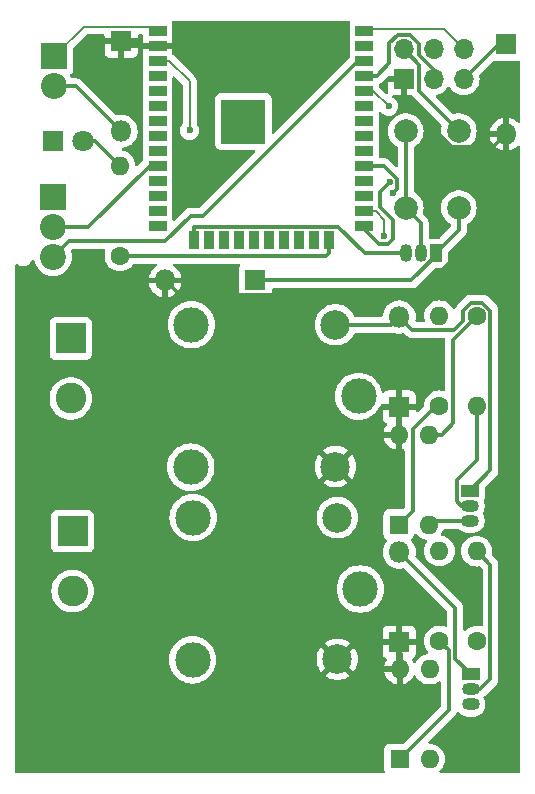
<source format=gbr>
%TF.GenerationSoftware,KiCad,Pcbnew,8.0.7*%
%TF.CreationDate,2025-07-07T17:53:00+05:30*%
%TF.ProjectId,SRF_V1,5352465f-5631-42e6-9b69-6361645f7063,rev?*%
%TF.SameCoordinates,Original*%
%TF.FileFunction,Copper,L1,Top*%
%TF.FilePolarity,Positive*%
%FSLAX46Y46*%
G04 Gerber Fmt 4.6, Leading zero omitted, Abs format (unit mm)*
G04 Created by KiCad (PCBNEW 8.0.7) date 2025-07-07 17:53:00*
%MOMM*%
%LPD*%
G01*
G04 APERTURE LIST*
%TA.AperFunction,ComponentPad*%
%ADD10O,1.600000X1.600000*%
%TD*%
%TA.AperFunction,ComponentPad*%
%ADD11R,1.600000X1.600000*%
%TD*%
%TA.AperFunction,SMDPad,CuDef*%
%ADD12R,1.500000X0.900000*%
%TD*%
%TA.AperFunction,SMDPad,CuDef*%
%ADD13R,0.900000X1.500000*%
%TD*%
%TA.AperFunction,SMDPad,CuDef*%
%ADD14R,0.900000X0.900000*%
%TD*%
%TA.AperFunction,HeatsinkPad*%
%ADD15C,0.600000*%
%TD*%
%TA.AperFunction,SMDPad,CuDef*%
%ADD16R,3.800000X3.800000*%
%TD*%
%TA.AperFunction,ComponentPad*%
%ADD17C,2.000000*%
%TD*%
%TA.AperFunction,ComponentPad*%
%ADD18C,1.600000*%
%TD*%
%TA.AperFunction,ComponentPad*%
%ADD19R,1.500000X1.050000*%
%TD*%
%TA.AperFunction,ComponentPad*%
%ADD20O,1.500000X1.050000*%
%TD*%
%TA.AperFunction,ComponentPad*%
%ADD21O,1.050000X1.500000*%
%TD*%
%TA.AperFunction,ComponentPad*%
%ADD22R,1.050000X1.500000*%
%TD*%
%TA.AperFunction,ComponentPad*%
%ADD23C,3.000000*%
%TD*%
%TA.AperFunction,ComponentPad*%
%ADD24C,2.500000*%
%TD*%
%TA.AperFunction,ComponentPad*%
%ADD25R,2.600000X2.600000*%
%TD*%
%TA.AperFunction,ComponentPad*%
%ADD26C,2.600000*%
%TD*%
%TA.AperFunction,ComponentPad*%
%ADD27C,2.200000*%
%TD*%
%TA.AperFunction,ComponentPad*%
%ADD28R,2.200000X2.200000*%
%TD*%
%TA.AperFunction,ComponentPad*%
%ADD29O,1.700000X1.700000*%
%TD*%
%TA.AperFunction,ComponentPad*%
%ADD30R,1.700000X1.700000*%
%TD*%
%TA.AperFunction,ComponentPad*%
%ADD31C,1.800000*%
%TD*%
%TA.AperFunction,ComponentPad*%
%ADD32R,1.800000X1.800000*%
%TD*%
%TA.AperFunction,ComponentPad*%
%ADD33O,1.800000X1.800000*%
%TD*%
%TA.AperFunction,ViaPad*%
%ADD34C,0.600000*%
%TD*%
%TA.AperFunction,Conductor*%
%ADD35C,0.300000*%
%TD*%
%TA.AperFunction,Conductor*%
%ADD36C,0.200000*%
%TD*%
%TA.AperFunction,Conductor*%
%ADD37C,0.350000*%
%TD*%
G04 APERTURE END LIST*
D10*
%TO.P,U3,4*%
%TO.N,5v*%
X92010000Y-104350000D03*
%TO.P,U3,3*%
%TO.N,Net-(R4-Pad1)*%
X94550000Y-104350000D03*
%TO.P,U3,2*%
%TO.N,GND*%
X94550000Y-111970000D03*
D11*
%TO.P,U3,1*%
%TO.N,Net-(R3-Pad1)*%
X92010000Y-111970000D03*
%TD*%
%TO.P,U2,1*%
%TO.N,Net-(R1-Pad1)*%
X92075000Y-131820000D03*
D10*
%TO.P,U2,2*%
%TO.N,GND*%
X94615000Y-131820000D03*
%TO.P,U2,3*%
%TO.N,Net-(R2-Pad1)*%
X94615000Y-124200000D03*
%TO.P,U2,4*%
%TO.N,5v*%
X92075000Y-124200000D03*
%TD*%
D12*
%TO.P,U1,1,GND*%
%TO.N,GND*%
X71590000Y-70140000D03*
%TO.P,U1,2,VDD*%
%TO.N,5v*%
X71590000Y-71410000D03*
%TO.P,U1,3,EN*%
%TO.N,/EN*%
X71590000Y-72680000D03*
%TO.P,U1,4,SENSOR_VP*%
%TO.N,unconnected-(U1-SENSOR_VP-Pad4)*%
X71590000Y-73950000D03*
%TO.P,U1,5,SENSOR_VN*%
%TO.N,unconnected-(U1-SENSOR_VN-Pad5)*%
X71590000Y-75220000D03*
%TO.P,U1,6,IO34*%
%TO.N,unconnected-(U1-IO34-Pad6)*%
X71590000Y-76490000D03*
%TO.P,U1,7,IO35*%
%TO.N,unconnected-(U1-IO35-Pad7)*%
X71590000Y-77760000D03*
%TO.P,U1,8,IO32*%
%TO.N,unconnected-(U1-IO32-Pad8)*%
X71590000Y-79030000D03*
%TO.P,U1,9,IO33*%
%TO.N,unconnected-(U1-IO33-Pad9)*%
X71590000Y-80300000D03*
%TO.P,U1,10,IO25*%
%TO.N,/SW_IN1*%
X71590000Y-81570000D03*
%TO.P,U1,11,IO26*%
%TO.N,unconnected-(U1-IO26-Pad11)*%
X71590000Y-82840000D03*
%TO.P,U1,12,IO27*%
%TO.N,unconnected-(U1-IO27-Pad12)*%
X71590000Y-84110000D03*
%TO.P,U1,13,IO14*%
%TO.N,unconnected-(U1-IO14-Pad13)*%
X71590000Y-85380000D03*
%TO.P,U1,14,IO12*%
%TO.N,unconnected-(U1-IO12-Pad14)*%
X71590000Y-86650000D03*
D13*
%TO.P,U1,15,GND*%
%TO.N,GND*%
X74630000Y-87900000D03*
%TO.P,U1,16,IO13*%
%TO.N,unconnected-(U1-IO13-Pad16)*%
X75900000Y-87900000D03*
%TO.P,U1,17,NC*%
%TO.N,unconnected-(U1-NC-Pad17)*%
X77170000Y-87900000D03*
%TO.P,U1,18,NC*%
%TO.N,unconnected-(U1-NC-Pad18)*%
X78440000Y-87900000D03*
%TO.P,U1,19,NC*%
%TO.N,unconnected-(U1-NC-Pad19)*%
X79710000Y-87900000D03*
%TO.P,U1,20,NC*%
%TO.N,unconnected-(U1-NC-Pad20)*%
X80980000Y-87900000D03*
%TO.P,U1,21,NC*%
%TO.N,unconnected-(U1-NC-Pad21)*%
X82250000Y-87900000D03*
%TO.P,U1,22,NC*%
%TO.N,unconnected-(U1-NC-Pad22)*%
X83520000Y-87900000D03*
%TO.P,U1,23,IO15*%
%TO.N,unconnected-(U1-IO15-Pad23)*%
X84790000Y-87900000D03*
%TO.P,U1,24,IO2*%
%TO.N,/status*%
X86060000Y-87900000D03*
D12*
%TO.P,U1,25,IO0*%
%TO.N,/IOo*%
X89090000Y-86650000D03*
%TO.P,U1,26,IO4*%
%TO.N,/OP1*%
X89090000Y-85380000D03*
%TO.P,U1,27,IO16*%
%TO.N,unconnected-(U1-IO16-Pad27)*%
X89090000Y-84110000D03*
%TO.P,U1,28,IO17*%
%TO.N,unconnected-(U1-IO17-Pad28)*%
X89090000Y-82840000D03*
%TO.P,U1,29,IO5*%
%TO.N,/OP2*%
X89090000Y-81570000D03*
%TO.P,U1,30,IO18*%
%TO.N,unconnected-(U1-IO18-Pad30)*%
X89090000Y-80300000D03*
%TO.P,U1,31,IO19*%
%TO.N,unconnected-(U1-IO19-Pad31)*%
X89090000Y-79030000D03*
%TO.P,U1,32,NC*%
%TO.N,unconnected-(U1-NC-Pad32)*%
X89090000Y-77760000D03*
%TO.P,U1,33,IO21*%
%TO.N,unconnected-(U1-IO21-Pad33)*%
X89090000Y-76490000D03*
%TO.P,U1,34,RXD0/IO3*%
%TO.N,/RX*%
X89090000Y-75220000D03*
%TO.P,U1,35,TXD0/IO1*%
%TO.N,/TX*%
X89090000Y-73950000D03*
%TO.P,U1,36,IO22*%
%TO.N,/SW_IN2*%
X89090000Y-72680000D03*
%TO.P,U1,37,IO23*%
%TO.N,unconnected-(U1-IO23-Pad37)*%
X89090000Y-71410000D03*
%TO.P,U1,38,GND*%
%TO.N,GND*%
X89090000Y-70140000D03*
D14*
%TO.P,U1,39,GND*%
X77440000Y-76460000D03*
D15*
X77440000Y-77160000D03*
D14*
X77440000Y-77860000D03*
D15*
X77440000Y-78560000D03*
D14*
X77440000Y-79260000D03*
D15*
X78140000Y-76460000D03*
X78140000Y-77860000D03*
X78140000Y-79260000D03*
X78815000Y-77160000D03*
X78815000Y-78560000D03*
D14*
X78840000Y-76460000D03*
X78840000Y-77860000D03*
D16*
X78840000Y-77860000D03*
D14*
X78840000Y-79260000D03*
D15*
X79540000Y-76460000D03*
X79540000Y-77860000D03*
X79540000Y-79260000D03*
D14*
X80240000Y-76460000D03*
D15*
X80240000Y-77160000D03*
D14*
X80240000Y-77860000D03*
D15*
X80240000Y-78560000D03*
D14*
X80240000Y-79260000D03*
%TD*%
D17*
%TO.P,SW1,2,2*%
%TO.N,Net-(Q1-B)*%
X92600000Y-85150000D03*
X92600000Y-78650000D03*
%TO.P,SW1,1,1*%
%TO.N,/EN*%
X97100000Y-85150000D03*
X97100000Y-78650000D03*
%TD*%
D10*
%TO.P,R5,2*%
%TO.N,Net-(D6-A)*%
X68400000Y-81580000D03*
D18*
%TO.P,R5,1*%
%TO.N,/status*%
X68400000Y-89200000D03*
%TD*%
D10*
%TO.P,R4,2*%
%TO.N,Net-(Q3-B)*%
X98600000Y-101960000D03*
D18*
%TO.P,R4,1*%
%TO.N,Net-(R4-Pad1)*%
X98600000Y-94340000D03*
%TD*%
%TO.P,R3,1*%
%TO.N,Net-(R3-Pad1)*%
X95450000Y-101910000D03*
D10*
%TO.P,R3,2*%
%TO.N,/OP2*%
X95450000Y-94290000D03*
%TD*%
D18*
%TO.P,R2,1*%
%TO.N,Net-(R2-Pad1)*%
X98600000Y-121830000D03*
D10*
%TO.P,R2,2*%
%TO.N,Net-(Q2-B)*%
X98600000Y-114210000D03*
%TD*%
D18*
%TO.P,R1,1*%
%TO.N,Net-(R1-Pad1)*%
X95450000Y-121820000D03*
D10*
%TO.P,R1,2*%
%TO.N,/OP1*%
X95450000Y-114200000D03*
%TD*%
D19*
%TO.P,Q3,1,C*%
%TO.N,Net-(D5-A)*%
X98050000Y-109100000D03*
D20*
%TO.P,Q3,2,B*%
%TO.N,Net-(Q3-B)*%
X98050000Y-110370000D03*
%TO.P,Q3,3,E*%
%TO.N,GND*%
X98050000Y-111640000D03*
%TD*%
D19*
%TO.P,Q2,1,C*%
%TO.N,Net-(D4-A)*%
X98100000Y-124650000D03*
D20*
%TO.P,Q2,2,B*%
%TO.N,Net-(Q2-B)*%
X98100000Y-125920000D03*
%TO.P,Q2,3,E*%
%TO.N,GND*%
X98100000Y-127190000D03*
%TD*%
D21*
%TO.P,Q1,3,E*%
%TO.N,GND*%
X92600000Y-89000000D03*
%TO.P,Q1,2,B*%
%TO.N,Net-(Q1-B)*%
X93870000Y-89000000D03*
D22*
%TO.P,Q1,1,C*%
%TO.N,/EN*%
X95140000Y-89000000D03*
%TD*%
D23*
%TO.P,K2,1*%
%TO.N,Net-(J5-Pin_2)*%
X88600000Y-101100000D03*
D24*
%TO.P,K2,2*%
%TO.N,Net-(D5-A)*%
X86650000Y-95050000D03*
D23*
%TO.P,K2,3*%
%TO.N,Net-(J5-Pin_1)*%
X74450000Y-95050000D03*
%TO.P,K2,4*%
%TO.N,unconnected-(K2-Pad4)*%
X74400000Y-107100000D03*
D24*
%TO.P,K2,5*%
%TO.N,5v*%
X86650000Y-107050000D03*
%TD*%
%TO.P,K1,5*%
%TO.N,5v*%
X86800000Y-123370000D03*
D23*
%TO.P,K1,4*%
%TO.N,unconnected-(K1-Pad4)*%
X74550000Y-123420000D03*
%TO.P,K1,3*%
%TO.N,Net-(J3-Pin_1)*%
X74600000Y-111370000D03*
D24*
%TO.P,K1,2*%
%TO.N,Net-(D4-A)*%
X86800000Y-111370000D03*
D23*
%TO.P,K1,1*%
%TO.N,Net-(J3-Pin_2)*%
X88750000Y-117420000D03*
%TD*%
D25*
%TO.P,J5,1,Pin_1*%
%TO.N,Net-(J5-Pin_1)*%
X64245000Y-96205000D03*
D26*
%TO.P,J5,2,Pin_2*%
%TO.N,Net-(J5-Pin_2)*%
X64245000Y-101285000D03*
%TD*%
D27*
%TO.P,J4,3,Pin_3*%
%TO.N,/SW_IN2*%
X62740000Y-89300000D03*
%TO.P,J4,2,Pin_2*%
%TO.N,/SW_IN1*%
X62740000Y-86760000D03*
D28*
%TO.P,J4,1,Pin_1*%
%TO.N,GND*%
X62740000Y-84220000D03*
%TD*%
D25*
%TO.P,J3,1,Pin_1*%
%TO.N,Net-(J3-Pin_1)*%
X64400000Y-112520000D03*
D26*
%TO.P,J3,2,Pin_2*%
%TO.N,Net-(J3-Pin_2)*%
X64400000Y-117600000D03*
%TD*%
D29*
%TO.P,J2,6,Pin_6*%
%TO.N,GND*%
X97500000Y-71710000D03*
%TO.P,J2,5,Pin_5*%
%TO.N,/IOo*%
X97500000Y-74250000D03*
%TO.P,J2,4,Pin_4*%
%TO.N,/RX*%
X94960000Y-71710000D03*
%TO.P,J2,3,Pin_3*%
%TO.N,/TX*%
X94960000Y-74250000D03*
%TO.P,J2,2,Pin_2*%
%TO.N,/EN*%
X92420000Y-71710000D03*
D30*
%TO.P,J2,1,Pin_1*%
%TO.N,5v*%
X92420000Y-74250000D03*
%TD*%
D27*
%TO.P,J1,2,Pin_2*%
%TO.N,VCC*%
X62850000Y-74850000D03*
D28*
%TO.P,J1,1,Pin_1*%
%TO.N,GND*%
X62850000Y-72310000D03*
%TD*%
D31*
%TO.P,D6,2,A*%
%TO.N,Net-(D6-A)*%
X65270000Y-79500000D03*
D32*
%TO.P,D6,1,K*%
%TO.N,GND*%
X62730000Y-79500000D03*
%TD*%
%TO.P,D5,1,K*%
%TO.N,5v*%
X92050000Y-102010000D03*
D33*
%TO.P,D5,2,A*%
%TO.N,Net-(D5-A)*%
X92050000Y-94390000D03*
%TD*%
D32*
%TO.P,D4,1,K*%
%TO.N,5v*%
X92050000Y-121920000D03*
D33*
%TO.P,D4,2,A*%
%TO.N,Net-(D4-A)*%
X92050000Y-114300000D03*
%TD*%
%TO.P,D3,2,A*%
%TO.N,5v*%
X101100000Y-78910000D03*
D32*
%TO.P,D3,1,K*%
%TO.N,/IOo*%
X101100000Y-71290000D03*
%TD*%
D33*
%TO.P,D2,2,A*%
%TO.N,5v*%
X72230000Y-91300000D03*
D32*
%TO.P,D2,1,K*%
%TO.N,/EN*%
X79850000Y-91300000D03*
%TD*%
D33*
%TO.P,D1,2,A*%
%TO.N,VCC*%
X68500000Y-78660000D03*
D32*
%TO.P,D1,1,K*%
%TO.N,5v*%
X68500000Y-71040000D03*
%TD*%
D34*
%TO.N,5v*%
X84800000Y-72550000D03*
%TO.N,/OP2*%
X91550000Y-83900000D03*
%TO.N,/IOo*%
X91250000Y-83000000D03*
%TO.N,/OP1*%
X90800000Y-87550000D03*
%TO.N,/EN*%
X74300000Y-78600000D03*
%TO.N,/RX*%
X91150000Y-76550000D03*
%TD*%
D35*
%TO.N,5v*%
X83660000Y-71410000D02*
X84800000Y-72550000D01*
X71590000Y-71410000D02*
X83660000Y-71410000D01*
X72230000Y-91300000D02*
X73480000Y-92550000D01*
X73480000Y-92550000D02*
X93565000Y-92550000D01*
X93565000Y-92550000D02*
X101100000Y-85015000D01*
X101100000Y-85015000D02*
X101100000Y-78910000D01*
X71590000Y-71410000D02*
X68870000Y-71410000D01*
X68870000Y-71410000D02*
X68500000Y-71040000D01*
%TO.N,/OP2*%
X91900000Y-82730761D02*
X90739239Y-81570000D01*
X91550000Y-83900000D02*
X91900000Y-83550000D01*
X91900000Y-83550000D02*
X91900000Y-82730761D01*
X90739239Y-81570000D02*
X89090000Y-81570000D01*
%TO.N,5v*%
X92050000Y-124175000D02*
X92075000Y-124200000D01*
D36*
%TO.N,GND*%
X89090000Y-70140000D02*
X89220000Y-70010000D01*
X95800000Y-70010000D02*
X97500000Y-71710000D01*
X89220000Y-70010000D02*
X95800000Y-70010000D01*
X71590000Y-70140000D02*
X71290000Y-69840000D01*
X71290000Y-69840000D02*
X65320000Y-69840000D01*
X65320000Y-69840000D02*
X62850000Y-72310000D01*
D37*
%TO.N,/IOo*%
X90450000Y-83800000D02*
X90450000Y-85118248D01*
X91079595Y-88225000D02*
X90375000Y-88225000D01*
X91250000Y-83000000D02*
X90450000Y-83800000D01*
X90375000Y-88225000D02*
X89090000Y-86940000D01*
X90450000Y-85118248D02*
X91500000Y-86168248D01*
X91500000Y-86168248D02*
X91500000Y-87804595D01*
X91500000Y-87804595D02*
X91079595Y-88225000D01*
X89090000Y-86940000D02*
X89090000Y-86650000D01*
D36*
%TO.N,/OP1*%
X90040000Y-85380000D02*
X89090000Y-85380000D01*
X90800000Y-87550000D02*
X90800000Y-86140000D01*
X90800000Y-86140000D02*
X90040000Y-85380000D01*
%TO.N,/EN*%
X74300000Y-74440000D02*
X74300000Y-78600000D01*
X72540000Y-72680000D02*
X74300000Y-74440000D01*
X71590000Y-72680000D02*
X72540000Y-72680000D01*
%TO.N,/RX*%
X89820000Y-75220000D02*
X91150000Y-76550000D01*
X89090000Y-75220000D02*
X89820000Y-75220000D01*
D37*
%TO.N,/IOo*%
X101100000Y-71290000D02*
X100460000Y-71290000D01*
X100460000Y-71290000D02*
X97500000Y-74250000D01*
%TO.N,5v*%
X92420000Y-74250000D02*
X92420000Y-75914544D01*
X92420000Y-75914544D02*
X96530456Y-80025000D01*
X96530456Y-80025000D02*
X99985000Y-80025000D01*
X99985000Y-80025000D02*
X101100000Y-78910000D01*
%TO.N,/TX*%
X94960000Y-74250000D02*
X94960000Y-73442412D01*
X94960000Y-73442412D02*
X93700000Y-72182412D01*
X93700000Y-71257588D02*
X92927412Y-70485000D01*
X93700000Y-72182412D02*
X93700000Y-71257588D01*
X91195000Y-71202588D02*
X91195000Y-72905000D01*
X92927412Y-70485000D02*
X91912588Y-70485000D01*
X91912588Y-70485000D02*
X91195000Y-71202588D01*
X91195000Y-72905000D02*
X90150000Y-73950000D01*
X90150000Y-73950000D02*
X89090000Y-73950000D01*
%TO.N,/EN*%
X97100000Y-78650000D02*
X93735000Y-75285000D01*
X93735000Y-75285000D02*
X93735000Y-73025000D01*
X93735000Y-73025000D02*
X92420000Y-71710000D01*
X97100000Y-85150000D02*
X97100000Y-87040000D01*
X97100000Y-87040000D02*
X95140000Y-89000000D01*
%TO.N,Net-(Q2-B)*%
X98100000Y-125920000D02*
X98855000Y-125920000D01*
X99775000Y-125000000D02*
X99775000Y-115385000D01*
X98855000Y-125920000D02*
X99775000Y-125000000D01*
X99775000Y-115385000D02*
X98600000Y-114210000D01*
%TO.N,Net-(D4-A)*%
X98100000Y-124650000D02*
X96799999Y-123349999D01*
X96799999Y-119049999D02*
X92050000Y-114300000D01*
X96799999Y-123349999D02*
X96799999Y-119049999D01*
%TO.N,Net-(R1-Pad1)*%
X92075000Y-131820000D02*
X96249999Y-127645001D01*
X96249999Y-122619999D02*
X95450000Y-121820000D01*
X96249999Y-127645001D02*
X96249999Y-122619999D01*
%TO.N,Net-(Q3-B)*%
X98600000Y-101960000D02*
X98600000Y-106525000D01*
X98600000Y-106525000D02*
X96925000Y-108200000D01*
X97295000Y-110370000D02*
X98050000Y-110370000D01*
X96925000Y-108200000D02*
X96925000Y-110000000D01*
X96925000Y-110000000D02*
X97295000Y-110370000D01*
%TO.N,Net-(D5-A)*%
X98050000Y-109100000D02*
X99775000Y-107375000D01*
X99775000Y-107375000D02*
X99775000Y-93853299D01*
X97425000Y-94737182D02*
X96662182Y-95500000D01*
X96662182Y-95500000D02*
X93160000Y-95500000D01*
X99775000Y-93853299D02*
X99086701Y-93165000D01*
X99086701Y-93165000D02*
X98113299Y-93165000D01*
X98113299Y-93165000D02*
X97425000Y-93853299D01*
X97425000Y-93853299D02*
X97425000Y-94737182D01*
X93160000Y-95500000D02*
X92050000Y-94390000D01*
%TO.N,GND*%
X94550000Y-111970000D02*
X94880000Y-111640000D01*
X94880000Y-111640000D02*
X98050000Y-111640000D01*
%TO.N,Net-(R3-Pad1)*%
X95450000Y-101910000D02*
X95138299Y-101910000D01*
X95138299Y-101910000D02*
X93185000Y-103863299D01*
X93185000Y-103863299D02*
X93185000Y-110795000D01*
X93185000Y-110795000D02*
X92010000Y-111970000D01*
%TO.N,Net-(R4-Pad1)*%
X98600000Y-94340000D02*
X96625000Y-96315000D01*
X96625000Y-96315000D02*
X96625000Y-103406370D01*
X95681370Y-104350000D02*
X94550000Y-104350000D01*
X96625000Y-103406370D02*
X95681370Y-104350000D01*
%TO.N,Net-(D5-A)*%
X86650000Y-95050000D02*
X91390000Y-95050000D01*
X91390000Y-95050000D02*
X92050000Y-94390000D01*
%TO.N,5v*%
X92010000Y-102050000D02*
X92050000Y-102010000D01*
%TO.N,GND*%
X92600000Y-89000000D02*
X89110000Y-89000000D01*
X89110000Y-89000000D02*
X86885000Y-86775000D01*
X74655000Y-86775000D02*
X74630000Y-86800000D01*
X86885000Y-86775000D02*
X74655000Y-86775000D01*
X74630000Y-86800000D02*
X74630000Y-87900000D01*
%TO.N,Net-(Q1-B)*%
X92600000Y-85150000D02*
X93870000Y-86420000D01*
X93870000Y-86420000D02*
X93870000Y-89000000D01*
X92600000Y-85150000D02*
X92600000Y-78650000D01*
%TO.N,/EN*%
X79850000Y-91300000D02*
X93067792Y-91300000D01*
X95140000Y-89227792D02*
X95140000Y-89000000D01*
X93067792Y-91300000D02*
X95140000Y-89227792D01*
%TO.N,/SW_IN2*%
X89090000Y-72680000D02*
X88570000Y-72680000D01*
X75450000Y-85800000D02*
X74390000Y-85800000D01*
X88570000Y-72680000D02*
X75450000Y-85800000D01*
X72240000Y-87950000D02*
X64090000Y-87950000D01*
X74390000Y-85800000D02*
X72240000Y-87950000D01*
X64090000Y-87950000D02*
X62740000Y-89300000D01*
%TO.N,/status*%
X68400000Y-89200000D02*
X85860000Y-89200000D01*
X85860000Y-89200000D02*
X86060000Y-89000000D01*
X86060000Y-89000000D02*
X86060000Y-87900000D01*
%TO.N,/SW_IN1*%
X62740000Y-86760000D02*
X65720000Y-86760000D01*
X65720000Y-86760000D02*
X70910000Y-81570000D01*
X70910000Y-81570000D02*
X71590000Y-81570000D01*
%TO.N,Net-(D6-A)*%
X68400000Y-81580000D02*
X66320000Y-79500000D01*
X66320000Y-79500000D02*
X65270000Y-79500000D01*
%TO.N,VCC*%
X62850000Y-74850000D02*
X64690000Y-74850000D01*
X64690000Y-74850000D02*
X68500000Y-78660000D01*
%TD*%
%TA.AperFunction,Conductor*%
%TO.N,5v*%
G36*
X102263180Y-72703384D02*
G01*
X102296666Y-72764706D01*
X102299500Y-72791066D01*
X102299500Y-77828133D01*
X102279815Y-77895172D01*
X102227011Y-77940927D01*
X102157853Y-77950871D01*
X102094297Y-77921846D01*
X102084271Y-77912116D01*
X102051447Y-77876460D01*
X102051437Y-77876451D01*
X101868355Y-77733952D01*
X101868351Y-77733949D01*
X101664302Y-77623523D01*
X101664293Y-77623520D01*
X101444861Y-77548188D01*
X101350000Y-77532359D01*
X101350000Y-78534722D01*
X101273694Y-78490667D01*
X101159244Y-78460000D01*
X101040756Y-78460000D01*
X100926306Y-78490667D01*
X100850000Y-78534722D01*
X100850000Y-77532359D01*
X100849999Y-77532359D01*
X100755138Y-77548188D01*
X100535706Y-77623520D01*
X100535697Y-77623523D01*
X100331648Y-77733949D01*
X100331644Y-77733952D01*
X100148562Y-77876451D01*
X100148558Y-77876454D01*
X99991414Y-78047157D01*
X99864516Y-78241390D01*
X99771317Y-78453864D01*
X99719117Y-78660000D01*
X100724722Y-78660000D01*
X100680667Y-78736306D01*
X100650000Y-78850756D01*
X100650000Y-78969244D01*
X100680667Y-79083694D01*
X100724722Y-79160000D01*
X99719117Y-79160000D01*
X99771317Y-79366135D01*
X99864516Y-79578609D01*
X99991414Y-79772842D01*
X100148558Y-79943545D01*
X100148562Y-79943548D01*
X100331644Y-80086047D01*
X100331648Y-80086050D01*
X100535697Y-80196476D01*
X100535706Y-80196479D01*
X100755139Y-80271811D01*
X100849999Y-80287640D01*
X100850000Y-80287639D01*
X100850000Y-79285277D01*
X100926306Y-79329333D01*
X101040756Y-79360000D01*
X101159244Y-79360000D01*
X101273694Y-79329333D01*
X101350000Y-79285277D01*
X101350000Y-80287640D01*
X101444860Y-80271811D01*
X101664293Y-80196479D01*
X101664302Y-80196476D01*
X101868351Y-80086050D01*
X101868355Y-80086047D01*
X102051437Y-79943548D01*
X102051446Y-79943540D01*
X102084270Y-79907884D01*
X102144156Y-79871893D01*
X102213994Y-79873992D01*
X102271611Y-79913516D01*
X102298713Y-79977915D01*
X102299500Y-79991866D01*
X102299500Y-132875500D01*
X102279815Y-132942539D01*
X102227011Y-132988294D01*
X102175500Y-132999500D01*
X95574049Y-132999500D01*
X95507010Y-132979815D01*
X95461255Y-132927011D01*
X95451311Y-132857853D01*
X95480336Y-132794297D01*
X95486368Y-132787819D01*
X95615045Y-132659141D01*
X95615047Y-132659139D01*
X95745568Y-132472734D01*
X95841739Y-132266496D01*
X95900635Y-132046692D01*
X95920468Y-131820000D01*
X95900635Y-131593308D01*
X95841739Y-131373504D01*
X95745568Y-131167266D01*
X95615047Y-130980861D01*
X95615045Y-130980858D01*
X95454141Y-130819954D01*
X95267734Y-130689432D01*
X95267732Y-130689431D01*
X95061497Y-130593261D01*
X95061488Y-130593258D01*
X94841697Y-130534366D01*
X94841687Y-130534364D01*
X94623138Y-130515243D01*
X94558069Y-130489790D01*
X94517091Y-130433199D01*
X94513213Y-130363437D01*
X94546263Y-130304036D01*
X96774694Y-128075607D01*
X96834194Y-127986558D01*
X96848619Y-127964970D01*
X96880428Y-127888176D01*
X96924268Y-127833772D01*
X96990562Y-127811707D01*
X97058262Y-127828986D01*
X97082670Y-127847947D01*
X97221280Y-127986557D01*
X97389237Y-128098782D01*
X97389241Y-128098784D01*
X97389244Y-128098786D01*
X97575873Y-128176091D01*
X97773992Y-128215499D01*
X97773996Y-128215500D01*
X97773997Y-128215500D01*
X98426004Y-128215500D01*
X98426005Y-128215499D01*
X98624127Y-128176091D01*
X98810756Y-128098786D01*
X98978711Y-127986563D01*
X98978720Y-127986557D01*
X98978724Y-127986553D01*
X99121555Y-127843721D01*
X99121558Y-127843718D01*
X99233782Y-127675762D01*
X99233782Y-127675761D01*
X99233786Y-127675756D01*
X99311091Y-127489127D01*
X99350500Y-127291003D01*
X99350500Y-127088997D01*
X99311091Y-126890873D01*
X99233786Y-126704244D01*
X99198774Y-126651846D01*
X99177897Y-126585169D01*
X99196381Y-126517789D01*
X99232984Y-126479855D01*
X99285606Y-126444695D01*
X100299695Y-125430606D01*
X100302279Y-125426739D01*
X100373620Y-125319969D01*
X100424540Y-125197036D01*
X100439864Y-125119999D01*
X100450500Y-125066533D01*
X100450500Y-115318467D01*
X100436980Y-115250502D01*
X100436980Y-115250500D01*
X100424541Y-115187964D01*
X100373620Y-115065031D01*
X100373618Y-115065028D01*
X100373616Y-115065024D01*
X100299695Y-114954394D01*
X100299692Y-114954390D01*
X99914355Y-114569054D01*
X99880870Y-114507731D01*
X99882262Y-114449276D01*
X99885635Y-114436692D01*
X99905468Y-114210000D01*
X99902628Y-114177544D01*
X99892549Y-114062335D01*
X99885635Y-113983308D01*
X99826739Y-113763504D01*
X99730568Y-113557266D01*
X99632839Y-113417693D01*
X99600045Y-113370858D01*
X99439141Y-113209954D01*
X99252734Y-113079432D01*
X99252732Y-113079431D01*
X99046497Y-112983261D01*
X99046488Y-112983258D01*
X98826697Y-112924366D01*
X98826693Y-112924365D01*
X98826692Y-112924365D01*
X98826691Y-112924364D01*
X98826686Y-112924364D01*
X98600002Y-112904532D01*
X98599998Y-112904532D01*
X98373313Y-112924364D01*
X98373302Y-112924366D01*
X98153511Y-112983258D01*
X98153502Y-112983261D01*
X97947267Y-113079431D01*
X97947265Y-113079432D01*
X97760858Y-113209954D01*
X97599954Y-113370858D01*
X97469432Y-113557265D01*
X97469431Y-113557267D01*
X97373261Y-113763502D01*
X97373258Y-113763511D01*
X97314366Y-113983302D01*
X97314364Y-113983313D01*
X97294532Y-114209998D01*
X97294532Y-114210001D01*
X97314364Y-114436686D01*
X97314366Y-114436697D01*
X97373258Y-114656488D01*
X97373261Y-114656497D01*
X97469431Y-114862732D01*
X97469432Y-114862734D01*
X97599954Y-115049141D01*
X97760858Y-115210045D01*
X97760861Y-115210047D01*
X97947266Y-115340568D01*
X98153504Y-115436739D01*
X98373308Y-115495635D01*
X98535230Y-115509801D01*
X98599998Y-115515468D01*
X98600000Y-115515468D01*
X98600002Y-115515468D01*
X98714300Y-115505468D01*
X98826692Y-115495635D01*
X98839275Y-115492263D01*
X98909122Y-115493922D01*
X98959054Y-115524355D01*
X99063181Y-115628482D01*
X99096666Y-115689805D01*
X99099500Y-115716163D01*
X99099500Y-120455863D01*
X99079815Y-120522902D01*
X99027011Y-120568657D01*
X98957853Y-120578601D01*
X98943407Y-120575638D01*
X98826697Y-120544366D01*
X98826693Y-120544365D01*
X98826692Y-120544365D01*
X98826691Y-120544364D01*
X98826686Y-120544364D01*
X98600002Y-120524532D01*
X98599998Y-120524532D01*
X98373313Y-120544364D01*
X98373302Y-120544366D01*
X98153511Y-120603258D01*
X98153502Y-120603261D01*
X97947267Y-120699431D01*
X97947265Y-120699432D01*
X97760858Y-120829954D01*
X97687180Y-120903633D01*
X97625857Y-120937118D01*
X97556165Y-120932134D01*
X97500232Y-120890262D01*
X97475815Y-120824798D01*
X97475499Y-120815952D01*
X97475499Y-118983466D01*
X97466005Y-118935741D01*
X97466005Y-118935739D01*
X97449540Y-118852963D01*
X97398619Y-118730030D01*
X97398617Y-118730027D01*
X97398615Y-118730023D01*
X97324694Y-118619393D01*
X97324691Y-118619389D01*
X93445637Y-114740336D01*
X93412152Y-114679013D01*
X93413113Y-114622214D01*
X93436131Y-114531317D01*
X93436133Y-114531308D01*
X93436134Y-114531305D01*
X93437201Y-114518431D01*
X93455300Y-114300006D01*
X93455300Y-114299993D01*
X93436135Y-114068702D01*
X93436133Y-114068691D01*
X93379157Y-113843699D01*
X93285924Y-113631151D01*
X93158983Y-113436852D01*
X93158980Y-113436849D01*
X93158979Y-113436847D01*
X93086872Y-113358518D01*
X93055952Y-113295866D01*
X93063812Y-113226440D01*
X93103792Y-113175272D01*
X93167546Y-113127546D01*
X93253796Y-113012331D01*
X93304091Y-112877483D01*
X93307862Y-112842401D01*
X93334599Y-112777855D01*
X93391990Y-112738006D01*
X93461816Y-112735511D01*
X93521905Y-112771163D01*
X93532726Y-112784536D01*
X93549956Y-112809143D01*
X93710858Y-112970045D01*
X93710861Y-112970047D01*
X93897266Y-113100568D01*
X94103504Y-113196739D01*
X94103509Y-113196740D01*
X94103511Y-113196741D01*
X94143478Y-113207450D01*
X94320930Y-113254997D01*
X94380590Y-113291362D01*
X94411119Y-113354208D01*
X94402825Y-113423584D01*
X94390412Y-113445894D01*
X94319431Y-113547267D01*
X94223261Y-113753502D01*
X94223258Y-113753511D01*
X94164366Y-113973302D01*
X94164364Y-113973313D01*
X94144532Y-114199998D01*
X94144532Y-114200001D01*
X94164364Y-114426686D01*
X94164366Y-114426697D01*
X94223258Y-114646488D01*
X94223261Y-114646497D01*
X94319431Y-114852732D01*
X94319432Y-114852734D01*
X94449954Y-115039141D01*
X94610858Y-115200045D01*
X94610861Y-115200047D01*
X94797266Y-115330568D01*
X95003504Y-115426739D01*
X95223308Y-115485635D01*
X95385230Y-115499801D01*
X95449998Y-115505468D01*
X95450000Y-115505468D01*
X95450002Y-115505468D01*
X95506673Y-115500509D01*
X95676692Y-115485635D01*
X95896496Y-115426739D01*
X96102734Y-115330568D01*
X96289139Y-115200047D01*
X96450047Y-115039139D01*
X96580568Y-114852734D01*
X96676739Y-114646496D01*
X96735635Y-114426692D01*
X96755468Y-114200000D01*
X96735635Y-113973308D01*
X96679420Y-113763511D01*
X96676741Y-113753511D01*
X96676738Y-113753502D01*
X96619684Y-113631151D01*
X96580568Y-113547266D01*
X96450047Y-113360861D01*
X96450045Y-113360858D01*
X96289141Y-113199954D01*
X96102734Y-113069432D01*
X96102732Y-113069431D01*
X95896497Y-112973261D01*
X95896488Y-112973258D01*
X95679070Y-112915002D01*
X95619409Y-112878637D01*
X95588880Y-112815790D01*
X95597175Y-112746415D01*
X95609585Y-112724108D01*
X95680568Y-112622734D01*
X95776739Y-112416496D01*
X95779175Y-112407405D01*
X95815541Y-112347745D01*
X95878388Y-112317217D01*
X95898949Y-112315500D01*
X96998862Y-112315500D01*
X97065901Y-112335185D01*
X97086538Y-112351814D01*
X97142129Y-112407405D01*
X97171283Y-112436559D01*
X97339237Y-112548782D01*
X97339241Y-112548784D01*
X97339244Y-112548786D01*
X97525873Y-112626091D01*
X97723992Y-112665499D01*
X97723996Y-112665500D01*
X97723997Y-112665500D01*
X98376004Y-112665500D01*
X98376005Y-112665499D01*
X98574127Y-112626091D01*
X98760756Y-112548786D01*
X98928718Y-112436558D01*
X99071558Y-112293718D01*
X99183786Y-112125756D01*
X99261091Y-111939127D01*
X99300500Y-111741003D01*
X99300500Y-111538997D01*
X99261091Y-111340873D01*
X99191194Y-111172128D01*
X99183787Y-111154246D01*
X99162326Y-111122127D01*
X99130094Y-111073889D01*
X99109217Y-111007214D01*
X99127701Y-110939834D01*
X99130078Y-110936134D01*
X99183786Y-110855756D01*
X99261091Y-110669127D01*
X99300500Y-110471003D01*
X99300500Y-110268997D01*
X99261091Y-110070873D01*
X99227673Y-109990198D01*
X99220205Y-109920730D01*
X99239964Y-109875340D01*
X99239547Y-109875112D01*
X99242095Y-109870444D01*
X99242972Y-109868431D01*
X99243796Y-109867331D01*
X99294091Y-109732483D01*
X99300500Y-109672873D01*
X99300499Y-108856162D01*
X99320183Y-108789124D01*
X99336818Y-108768482D01*
X100299692Y-107805609D01*
X100299693Y-107805608D01*
X100299693Y-107805607D01*
X100299695Y-107805606D01*
X100323891Y-107769394D01*
X100373620Y-107694969D01*
X100424540Y-107572036D01*
X100450500Y-107441531D01*
X100450500Y-93786768D01*
X100446362Y-93765965D01*
X100424541Y-93656263D01*
X100379563Y-93547678D01*
X100373620Y-93533330D01*
X100371239Y-93529767D01*
X100299698Y-93422697D01*
X100299697Y-93422696D01*
X100299695Y-93422693D01*
X100205606Y-93328604D01*
X99861534Y-92984532D01*
X99517310Y-92640307D01*
X99517306Y-92640304D01*
X99406676Y-92566383D01*
X99406666Y-92566378D01*
X99283737Y-92515459D01*
X99283729Y-92515457D01*
X99153236Y-92489500D01*
X99153232Y-92489500D01*
X98179830Y-92489500D01*
X98046768Y-92489500D01*
X98046763Y-92489500D01*
X97916270Y-92515456D01*
X97916266Y-92515458D01*
X97916264Y-92515458D01*
X97916263Y-92515459D01*
X97872799Y-92533462D01*
X97829333Y-92551466D01*
X97829332Y-92551465D01*
X97793333Y-92566378D01*
X97682690Y-92640306D01*
X96900307Y-93422689D01*
X96900304Y-93422693D01*
X96826383Y-93533323D01*
X96826380Y-93533330D01*
X96794459Y-93610392D01*
X96750617Y-93664795D01*
X96684322Y-93686859D01*
X96616623Y-93669579D01*
X96578325Y-93634063D01*
X96450047Y-93450861D01*
X96450045Y-93450858D01*
X96289141Y-93289954D01*
X96102734Y-93159432D01*
X96102732Y-93159431D01*
X95896497Y-93063261D01*
X95896488Y-93063258D01*
X95676697Y-93004366D01*
X95676693Y-93004365D01*
X95676692Y-93004365D01*
X95676691Y-93004364D01*
X95676686Y-93004364D01*
X95450002Y-92984532D01*
X95449998Y-92984532D01*
X95223313Y-93004364D01*
X95223302Y-93004366D01*
X95003511Y-93063258D01*
X95003502Y-93063261D01*
X94797267Y-93159431D01*
X94797265Y-93159432D01*
X94610858Y-93289954D01*
X94449954Y-93450858D01*
X94319432Y-93637265D01*
X94319431Y-93637267D01*
X94223261Y-93843502D01*
X94223258Y-93843511D01*
X94164366Y-94063302D01*
X94164364Y-94063313D01*
X94144532Y-94289998D01*
X94144532Y-94290001D01*
X94164364Y-94516686D01*
X94164366Y-94516697D01*
X94205016Y-94668407D01*
X94203353Y-94738257D01*
X94164190Y-94796119D01*
X94099961Y-94823623D01*
X94085241Y-94824500D01*
X93543994Y-94824500D01*
X93476955Y-94804815D01*
X93431200Y-94752011D01*
X93421256Y-94682853D01*
X93423788Y-94670060D01*
X93436133Y-94621309D01*
X93436135Y-94621297D01*
X93455300Y-94390006D01*
X93455300Y-94389993D01*
X93436135Y-94158702D01*
X93436133Y-94158691D01*
X93379157Y-93933699D01*
X93285924Y-93721151D01*
X93158983Y-93526852D01*
X93158980Y-93526849D01*
X93158979Y-93526847D01*
X93001784Y-93356087D01*
X93001779Y-93356083D01*
X93001777Y-93356081D01*
X92818634Y-93213535D01*
X92818628Y-93213531D01*
X92614504Y-93103064D01*
X92614495Y-93103061D01*
X92394984Y-93027702D01*
X92223282Y-92999050D01*
X92166049Y-92989500D01*
X91933951Y-92989500D01*
X91888164Y-92997140D01*
X91705015Y-93027702D01*
X91485504Y-93103061D01*
X91485495Y-93103064D01*
X91281371Y-93213531D01*
X91281365Y-93213535D01*
X91098222Y-93356081D01*
X91098219Y-93356084D01*
X91098216Y-93356086D01*
X91098216Y-93356087D01*
X91043120Y-93415937D01*
X90941016Y-93526852D01*
X90814075Y-93721151D01*
X90720842Y-93933699D01*
X90663866Y-94158691D01*
X90663864Y-94158702D01*
X90655410Y-94260740D01*
X90630257Y-94325925D01*
X90573855Y-94367163D01*
X90531834Y-94374500D01*
X88349918Y-94374500D01*
X88282879Y-94354815D01*
X88237124Y-94302011D01*
X88234498Y-94295824D01*
X88231568Y-94288357D01*
X88100386Y-94061143D01*
X87936805Y-93856019D01*
X87936804Y-93856018D01*
X87936801Y-93856014D01*
X87744479Y-93677567D01*
X87725746Y-93664795D01*
X87527704Y-93529772D01*
X87527700Y-93529770D01*
X87527697Y-93529768D01*
X87527696Y-93529767D01*
X87291325Y-93415938D01*
X87291327Y-93415938D01*
X87040623Y-93338606D01*
X87040619Y-93338605D01*
X87040615Y-93338604D01*
X86915823Y-93319794D01*
X86781187Y-93299500D01*
X86781182Y-93299500D01*
X86518818Y-93299500D01*
X86518812Y-93299500D01*
X86357247Y-93323853D01*
X86259385Y-93338604D01*
X86259382Y-93338605D01*
X86259376Y-93338606D01*
X86008673Y-93415938D01*
X85772303Y-93529767D01*
X85772302Y-93529768D01*
X85555520Y-93677567D01*
X85363198Y-93856014D01*
X85199614Y-94061143D01*
X85068432Y-94288356D01*
X84972582Y-94532578D01*
X84972576Y-94532597D01*
X84914197Y-94788374D01*
X84914196Y-94788379D01*
X84894592Y-95049995D01*
X84894592Y-95050004D01*
X84914196Y-95311620D01*
X84914197Y-95311625D01*
X84972576Y-95567402D01*
X84972578Y-95567411D01*
X84972580Y-95567416D01*
X85068432Y-95811643D01*
X85199614Y-96038857D01*
X85328520Y-96200500D01*
X85363198Y-96243985D01*
X85544753Y-96412441D01*
X85555521Y-96422433D01*
X85772296Y-96570228D01*
X85772301Y-96570230D01*
X85772302Y-96570231D01*
X85772303Y-96570232D01*
X85823322Y-96594801D01*
X86008673Y-96684061D01*
X86008674Y-96684061D01*
X86008677Y-96684063D01*
X86259385Y-96761396D01*
X86518818Y-96800500D01*
X86781182Y-96800500D01*
X87040615Y-96761396D01*
X87291323Y-96684063D01*
X87478111Y-96594110D01*
X87527696Y-96570232D01*
X87527696Y-96570231D01*
X87527704Y-96570228D01*
X87744479Y-96422433D01*
X87931968Y-96248469D01*
X87936801Y-96243985D01*
X87936801Y-96243983D01*
X87936805Y-96243981D01*
X88100386Y-96038857D01*
X88231568Y-95811643D01*
X88234489Y-95804198D01*
X88277303Y-95748986D01*
X88343172Y-95725684D01*
X88349918Y-95725500D01*
X91456532Y-95725500D01*
X91467525Y-95723312D01*
X91531627Y-95710562D01*
X91596076Y-95714897D01*
X91705019Y-95752298D01*
X91933951Y-95790500D01*
X91933952Y-95790500D01*
X92166048Y-95790500D01*
X92166049Y-95790500D01*
X92385170Y-95753935D01*
X92454535Y-95762317D01*
X92493261Y-95788563D01*
X92729390Y-96024692D01*
X92729398Y-96024698D01*
X92840020Y-96098613D01*
X92840023Y-96098614D01*
X92840031Y-96098620D01*
X92962964Y-96149540D01*
X92962968Y-96149540D01*
X92962969Y-96149541D01*
X93093466Y-96175500D01*
X93093469Y-96175500D01*
X93226531Y-96175500D01*
X95825500Y-96175500D01*
X95892539Y-96195185D01*
X95938294Y-96247989D01*
X95949500Y-96299500D01*
X95949500Y-100535863D01*
X95929815Y-100602902D01*
X95877011Y-100648657D01*
X95807853Y-100658601D01*
X95793407Y-100655638D01*
X95676697Y-100624366D01*
X95676693Y-100624365D01*
X95676692Y-100624365D01*
X95676691Y-100624364D01*
X95676686Y-100624364D01*
X95450002Y-100604532D01*
X95449998Y-100604532D01*
X95223313Y-100624364D01*
X95223302Y-100624366D01*
X95003511Y-100683258D01*
X95003502Y-100683261D01*
X94797267Y-100779431D01*
X94797265Y-100779432D01*
X94610858Y-100909954D01*
X94449954Y-101070858D01*
X94319432Y-101257265D01*
X94319431Y-101257267D01*
X94223261Y-101463502D01*
X94223258Y-101463511D01*
X94164366Y-101683302D01*
X94164364Y-101683312D01*
X94144777Y-101907193D01*
X94119324Y-101972261D01*
X94108930Y-101984066D01*
X93661681Y-102431316D01*
X93600358Y-102464801D01*
X93530667Y-102459817D01*
X93474733Y-102417946D01*
X93450316Y-102352481D01*
X93450000Y-102343635D01*
X93450000Y-102260000D01*
X92425278Y-102260000D01*
X92469333Y-102183694D01*
X92500000Y-102069244D01*
X92500000Y-101950756D01*
X92469333Y-101836306D01*
X92425278Y-101760000D01*
X93450000Y-101760000D01*
X93450000Y-101062172D01*
X93449999Y-101062155D01*
X93443598Y-101002627D01*
X93443596Y-101002620D01*
X93393354Y-100867913D01*
X93393350Y-100867906D01*
X93307190Y-100752812D01*
X93307187Y-100752809D01*
X93192093Y-100666649D01*
X93192086Y-100666645D01*
X93057379Y-100616403D01*
X93057372Y-100616401D01*
X92997844Y-100610000D01*
X92300000Y-100610000D01*
X92300000Y-101634722D01*
X92223694Y-101590667D01*
X92109244Y-101560000D01*
X91990756Y-101560000D01*
X91876306Y-101590667D01*
X91800000Y-101634722D01*
X91800000Y-100610000D01*
X91102155Y-100610000D01*
X91042627Y-100616401D01*
X91042620Y-100616403D01*
X90907913Y-100666645D01*
X90907906Y-100666649D01*
X90792812Y-100752809D01*
X90792810Y-100752811D01*
X90784246Y-100764251D01*
X90728310Y-100806119D01*
X90658618Y-100811100D01*
X90597297Y-100777611D01*
X90563817Y-100716293D01*
X90524371Y-100534962D01*
X90524370Y-100534960D01*
X90524369Y-100534954D01*
X90424367Y-100266839D01*
X90309739Y-100056915D01*
X90287229Y-100015690D01*
X90287224Y-100015682D01*
X90115745Y-99786612D01*
X90115729Y-99786594D01*
X89913405Y-99584270D01*
X89913387Y-99584254D01*
X89684317Y-99412775D01*
X89684309Y-99412770D01*
X89433166Y-99275635D01*
X89433167Y-99275635D01*
X89325915Y-99235632D01*
X89165046Y-99175631D01*
X89165043Y-99175630D01*
X89165037Y-99175628D01*
X88885433Y-99114804D01*
X88600001Y-99094390D01*
X88599999Y-99094390D01*
X88314566Y-99114804D01*
X88034962Y-99175628D01*
X87766833Y-99275635D01*
X87515690Y-99412770D01*
X87515682Y-99412775D01*
X87286612Y-99584254D01*
X87286594Y-99584270D01*
X87084270Y-99786594D01*
X87084254Y-99786612D01*
X86912775Y-100015682D01*
X86912770Y-100015690D01*
X86775635Y-100266833D01*
X86675628Y-100534962D01*
X86614804Y-100814566D01*
X86594390Y-101099998D01*
X86594390Y-101100001D01*
X86614804Y-101385433D01*
X86675628Y-101665037D01*
X86675630Y-101665043D01*
X86675631Y-101665046D01*
X86775632Y-101933158D01*
X86775635Y-101933166D01*
X86912770Y-102184309D01*
X86912775Y-102184317D01*
X87084254Y-102413387D01*
X87084270Y-102413405D01*
X87286594Y-102615729D01*
X87286612Y-102615745D01*
X87515682Y-102787224D01*
X87515690Y-102787229D01*
X87766833Y-102924364D01*
X87766832Y-102924364D01*
X87766836Y-102924365D01*
X87766839Y-102924367D01*
X88034954Y-103024369D01*
X88034960Y-103024370D01*
X88034962Y-103024371D01*
X88314566Y-103085195D01*
X88314568Y-103085195D01*
X88314572Y-103085196D01*
X88568220Y-103103337D01*
X88599999Y-103105610D01*
X88600000Y-103105610D01*
X88600001Y-103105610D01*
X88628595Y-103103564D01*
X88885428Y-103085196D01*
X89068920Y-103045280D01*
X89165037Y-103024371D01*
X89165037Y-103024370D01*
X89165046Y-103024369D01*
X89433161Y-102924367D01*
X89684315Y-102787226D01*
X89913395Y-102615739D01*
X90115739Y-102413395D01*
X90287226Y-102184315D01*
X90424367Y-101933161D01*
X90465275Y-101823481D01*
X90507144Y-101767551D01*
X90572608Y-101743133D01*
X90640881Y-101757984D01*
X90643574Y-101760000D01*
X91674722Y-101760000D01*
X91630667Y-101836306D01*
X91600000Y-101950756D01*
X91600000Y-102069244D01*
X91630667Y-102183694D01*
X91674722Y-102260000D01*
X90650000Y-102260000D01*
X90650000Y-102957844D01*
X90656401Y-103017372D01*
X90656403Y-103017379D01*
X90706645Y-103152086D01*
X90706649Y-103152093D01*
X90792809Y-103267187D01*
X90792812Y-103267190D01*
X90907906Y-103353350D01*
X90907913Y-103353354D01*
X90926581Y-103360317D01*
X90982515Y-103402189D01*
X91006932Y-103467653D01*
X90992080Y-103535926D01*
X90984823Y-103547622D01*
X90879868Y-103697512D01*
X90879866Y-103697516D01*
X90783734Y-103903673D01*
X90783730Y-103903682D01*
X90731127Y-104099999D01*
X90731128Y-104100000D01*
X91694314Y-104100000D01*
X91689920Y-104104394D01*
X91637259Y-104195606D01*
X91610000Y-104297339D01*
X91610000Y-104402661D01*
X91637259Y-104504394D01*
X91689920Y-104595606D01*
X91694314Y-104600000D01*
X90731128Y-104600000D01*
X90783730Y-104796317D01*
X90783734Y-104796326D01*
X90879865Y-105002482D01*
X91010342Y-105188820D01*
X91171179Y-105349657D01*
X91357517Y-105480134D01*
X91563673Y-105576265D01*
X91563682Y-105576269D01*
X91759999Y-105628872D01*
X91760000Y-105628871D01*
X91760000Y-104665686D01*
X91764394Y-104670080D01*
X91855606Y-104722741D01*
X91957339Y-104750000D01*
X92062661Y-104750000D01*
X92164394Y-104722741D01*
X92255606Y-104670080D01*
X92260000Y-104665686D01*
X92260000Y-105628871D01*
X92353406Y-105603844D01*
X92423256Y-105605507D01*
X92481119Y-105644669D01*
X92508623Y-105708898D01*
X92509500Y-105723619D01*
X92509500Y-110463835D01*
X92489815Y-110530874D01*
X92473181Y-110551516D01*
X92391516Y-110633181D01*
X92330193Y-110666666D01*
X92303835Y-110669500D01*
X91162129Y-110669500D01*
X91162123Y-110669501D01*
X91102516Y-110675908D01*
X90967671Y-110726202D01*
X90967664Y-110726206D01*
X90852455Y-110812452D01*
X90852452Y-110812455D01*
X90766206Y-110927664D01*
X90766202Y-110927671D01*
X90715908Y-111062517D01*
X90709501Y-111122116D01*
X90709500Y-111122135D01*
X90709500Y-112817870D01*
X90709501Y-112817876D01*
X90715908Y-112877483D01*
X90766202Y-113012328D01*
X90766206Y-113012335D01*
X90852452Y-113127544D01*
X90852455Y-113127547D01*
X90963568Y-113210727D01*
X91005439Y-113266661D01*
X91010423Y-113336352D01*
X90980487Y-113393975D01*
X90941019Y-113436849D01*
X90814075Y-113631151D01*
X90720842Y-113843699D01*
X90663866Y-114068691D01*
X90663864Y-114068702D01*
X90644700Y-114299993D01*
X90644700Y-114300006D01*
X90663864Y-114531297D01*
X90663866Y-114531308D01*
X90720842Y-114756300D01*
X90814075Y-114968848D01*
X90941016Y-115163147D01*
X90941019Y-115163151D01*
X90941021Y-115163153D01*
X91098216Y-115333913D01*
X91098219Y-115333915D01*
X91098222Y-115333918D01*
X91281365Y-115476464D01*
X91281371Y-115476468D01*
X91281374Y-115476470D01*
X91485497Y-115586936D01*
X91599487Y-115626068D01*
X91705015Y-115662297D01*
X91705017Y-115662297D01*
X91705019Y-115662298D01*
X91933951Y-115700500D01*
X91933952Y-115700500D01*
X92166048Y-115700500D01*
X92166049Y-115700500D01*
X92385171Y-115663935D01*
X92454536Y-115672317D01*
X92493262Y-115698563D01*
X96088180Y-119293481D01*
X96121665Y-119354804D01*
X96124499Y-119381162D01*
X96124499Y-120504939D01*
X96104814Y-120571978D01*
X96052010Y-120617733D01*
X95982852Y-120627677D01*
X95948096Y-120617322D01*
X95917934Y-120603258D01*
X95896496Y-120593261D01*
X95896492Y-120593260D01*
X95896488Y-120593258D01*
X95676697Y-120534366D01*
X95676693Y-120534365D01*
X95676692Y-120534365D01*
X95676691Y-120534364D01*
X95676686Y-120534364D01*
X95450002Y-120514532D01*
X95449998Y-120514532D01*
X95223313Y-120534364D01*
X95223302Y-120534366D01*
X95003511Y-120593258D01*
X95003502Y-120593261D01*
X94797267Y-120689431D01*
X94797265Y-120689432D01*
X94610858Y-120819954D01*
X94449954Y-120980858D01*
X94319432Y-121167265D01*
X94319431Y-121167267D01*
X94223261Y-121373502D01*
X94223258Y-121373511D01*
X94164366Y-121593302D01*
X94164364Y-121593313D01*
X94144532Y-121819998D01*
X94144532Y-121820001D01*
X94164364Y-122046686D01*
X94164366Y-122046697D01*
X94223258Y-122266488D01*
X94223261Y-122266497D01*
X94319431Y-122472732D01*
X94319432Y-122472734D01*
X94449954Y-122659141D01*
X94491653Y-122700840D01*
X94525138Y-122762163D01*
X94520154Y-122831855D01*
X94478282Y-122887788D01*
X94414780Y-122912049D01*
X94388312Y-122914364D01*
X94388302Y-122914366D01*
X94168511Y-122973258D01*
X94168502Y-122973261D01*
X93962267Y-123069431D01*
X93962265Y-123069432D01*
X93775858Y-123199954D01*
X93614954Y-123360858D01*
X93511834Y-123508131D01*
X93484432Y-123547266D01*
X93457597Y-123604815D01*
X93457106Y-123605867D01*
X93410933Y-123658306D01*
X93343739Y-123677457D01*
X93276858Y-123657241D01*
X93232342Y-123605865D01*
X93205135Y-123547520D01*
X93205129Y-123547510D01*
X93136595Y-123449634D01*
X93114267Y-123383428D01*
X93131277Y-123315661D01*
X93182224Y-123267848D01*
X93190446Y-123264249D01*
X93192093Y-123263350D01*
X93307187Y-123177190D01*
X93307190Y-123177187D01*
X93393350Y-123062093D01*
X93393354Y-123062086D01*
X93443596Y-122927379D01*
X93443598Y-122927372D01*
X93449999Y-122867844D01*
X93450000Y-122867827D01*
X93450000Y-122170000D01*
X92425278Y-122170000D01*
X92469333Y-122093694D01*
X92500000Y-121979244D01*
X92500000Y-121860756D01*
X92469333Y-121746306D01*
X92425278Y-121670000D01*
X93450000Y-121670000D01*
X93450000Y-120972172D01*
X93449999Y-120972155D01*
X93443598Y-120912627D01*
X93443596Y-120912620D01*
X93393354Y-120777913D01*
X93393350Y-120777906D01*
X93307190Y-120662812D01*
X93307187Y-120662809D01*
X93192093Y-120576649D01*
X93192086Y-120576645D01*
X93057379Y-120526403D01*
X93057372Y-120526401D01*
X92997844Y-120520000D01*
X92300000Y-120520000D01*
X92300000Y-121544722D01*
X92223694Y-121500667D01*
X92109244Y-121470000D01*
X91990756Y-121470000D01*
X91876306Y-121500667D01*
X91800000Y-121544722D01*
X91800000Y-120520000D01*
X91102155Y-120520000D01*
X91042627Y-120526401D01*
X91042620Y-120526403D01*
X90907913Y-120576645D01*
X90907906Y-120576649D01*
X90792812Y-120662809D01*
X90792809Y-120662812D01*
X90706649Y-120777906D01*
X90706645Y-120777913D01*
X90656403Y-120912620D01*
X90656401Y-120912627D01*
X90650000Y-120972155D01*
X90650000Y-121670000D01*
X91674722Y-121670000D01*
X91630667Y-121746306D01*
X91600000Y-121860756D01*
X91600000Y-121979244D01*
X91630667Y-122093694D01*
X91674722Y-122170000D01*
X90650000Y-122170000D01*
X90650000Y-122867844D01*
X90656401Y-122927372D01*
X90656403Y-122927379D01*
X90706645Y-123062086D01*
X90706649Y-123062093D01*
X90792809Y-123177187D01*
X90792812Y-123177190D01*
X90907906Y-123263350D01*
X90907913Y-123263354D01*
X90944808Y-123277115D01*
X91000742Y-123318986D01*
X91025159Y-123384450D01*
X91010308Y-123452723D01*
X91003050Y-123464420D01*
X90944869Y-123547512D01*
X90944866Y-123547516D01*
X90848734Y-123753673D01*
X90848730Y-123753682D01*
X90796127Y-123949999D01*
X90796128Y-123950000D01*
X91759314Y-123950000D01*
X91754920Y-123954394D01*
X91702259Y-124045606D01*
X91675000Y-124147339D01*
X91675000Y-124252661D01*
X91702259Y-124354394D01*
X91754920Y-124445606D01*
X91759314Y-124450000D01*
X90796128Y-124450000D01*
X90848730Y-124646317D01*
X90848734Y-124646326D01*
X90944865Y-124852482D01*
X91075342Y-125038820D01*
X91236179Y-125199657D01*
X91422517Y-125330134D01*
X91628673Y-125426265D01*
X91628682Y-125426269D01*
X91824999Y-125478872D01*
X91825000Y-125478871D01*
X91825000Y-124515686D01*
X91829394Y-124520080D01*
X91920606Y-124572741D01*
X92022339Y-124600000D01*
X92127661Y-124600000D01*
X92229394Y-124572741D01*
X92320606Y-124520080D01*
X92325000Y-124515686D01*
X92325000Y-125478872D01*
X92521317Y-125426269D01*
X92521326Y-125426265D01*
X92727482Y-125330134D01*
X92913820Y-125199657D01*
X93074657Y-125038820D01*
X93205132Y-124852484D01*
X93232341Y-124794134D01*
X93278513Y-124741695D01*
X93345707Y-124722542D01*
X93412588Y-124742757D01*
X93457106Y-124794133D01*
X93484431Y-124852732D01*
X93484432Y-124852734D01*
X93614954Y-125039141D01*
X93775858Y-125200045D01*
X93775861Y-125200047D01*
X93962266Y-125330568D01*
X94168504Y-125426739D01*
X94388308Y-125485635D01*
X94550230Y-125499801D01*
X94614998Y-125505468D01*
X94615000Y-125505468D01*
X94615002Y-125505468D01*
X94671673Y-125500509D01*
X94841692Y-125485635D01*
X95061496Y-125426739D01*
X95267734Y-125330568D01*
X95379376Y-125252395D01*
X95445582Y-125230069D01*
X95513350Y-125247079D01*
X95561162Y-125298028D01*
X95574499Y-125353971D01*
X95574499Y-127313837D01*
X95554814Y-127380876D01*
X95538180Y-127401518D01*
X92456516Y-130483181D01*
X92395193Y-130516666D01*
X92368835Y-130519500D01*
X91227129Y-130519500D01*
X91227123Y-130519501D01*
X91167516Y-130525908D01*
X91032671Y-130576202D01*
X91032664Y-130576206D01*
X90917455Y-130662452D01*
X90917452Y-130662455D01*
X90831206Y-130777664D01*
X90831202Y-130777671D01*
X90780908Y-130912517D01*
X90774501Y-130972116D01*
X90774500Y-130972135D01*
X90774500Y-132667870D01*
X90774501Y-132667876D01*
X90780908Y-132727483D01*
X90819953Y-132832167D01*
X90824937Y-132901859D01*
X90791452Y-132963182D01*
X90730128Y-132996666D01*
X90703771Y-132999500D01*
X59624500Y-132999500D01*
X59557461Y-132979815D01*
X59511706Y-132927011D01*
X59500500Y-132875500D01*
X59500500Y-123419998D01*
X72544390Y-123419998D01*
X72544390Y-123420001D01*
X72564804Y-123705433D01*
X72625628Y-123985037D01*
X72625630Y-123985043D01*
X72625631Y-123985046D01*
X72705805Y-124200000D01*
X72725635Y-124253166D01*
X72862770Y-124504309D01*
X72862775Y-124504317D01*
X73034254Y-124733387D01*
X73034270Y-124733405D01*
X73236594Y-124935729D01*
X73236612Y-124935745D01*
X73465682Y-125107224D01*
X73465690Y-125107229D01*
X73716833Y-125244364D01*
X73716832Y-125244364D01*
X73716836Y-125244365D01*
X73716839Y-125244367D01*
X73984954Y-125344369D01*
X73984960Y-125344370D01*
X73984962Y-125344371D01*
X74264566Y-125405195D01*
X74264568Y-125405195D01*
X74264572Y-125405196D01*
X74518220Y-125423337D01*
X74549999Y-125425610D01*
X74550000Y-125425610D01*
X74550001Y-125425610D01*
X74578595Y-125423564D01*
X74835428Y-125405196D01*
X75115046Y-125344369D01*
X75383161Y-125244367D01*
X75634315Y-125107226D01*
X75863395Y-124935739D01*
X76065739Y-124733395D01*
X76237226Y-124504315D01*
X76374367Y-124253161D01*
X76474369Y-123985046D01*
X76535196Y-123705428D01*
X76555610Y-123420000D01*
X76552034Y-123369995D01*
X85045093Y-123369995D01*
X85045093Y-123370004D01*
X85064692Y-123631545D01*
X85064693Y-123631550D01*
X85123058Y-123887270D01*
X85218883Y-124131426D01*
X85218882Y-124131426D01*
X85350029Y-124358576D01*
X85397873Y-124418572D01*
X86317037Y-123499408D01*
X86334075Y-123562993D01*
X86399901Y-123677007D01*
X86492993Y-123770099D01*
X86607007Y-123835925D01*
X86670590Y-123852962D01*
X85750830Y-124772720D01*
X85922546Y-124889793D01*
X85922550Y-124889795D01*
X86158854Y-125003594D01*
X86158858Y-125003595D01*
X86409494Y-125080907D01*
X86409500Y-125080909D01*
X86668848Y-125119999D01*
X86668857Y-125120000D01*
X86931143Y-125120000D01*
X86931151Y-125119999D01*
X87190499Y-125080909D01*
X87190505Y-125080907D01*
X87441143Y-125003595D01*
X87677445Y-124889798D01*
X87677447Y-124889797D01*
X87849168Y-124772720D01*
X86929409Y-123852962D01*
X86992993Y-123835925D01*
X87107007Y-123770099D01*
X87200099Y-123677007D01*
X87265925Y-123562993D01*
X87282962Y-123499409D01*
X88202125Y-124418572D01*
X88249971Y-124358573D01*
X88381116Y-124131426D01*
X88476941Y-123887270D01*
X88535306Y-123631550D01*
X88535307Y-123631545D01*
X88554907Y-123370004D01*
X88554907Y-123369995D01*
X88535307Y-123108454D01*
X88535306Y-123108449D01*
X88476941Y-122852729D01*
X88381116Y-122608573D01*
X88381117Y-122608573D01*
X88249972Y-122381426D01*
X88202124Y-122321427D01*
X87282962Y-123240589D01*
X87265925Y-123177007D01*
X87200099Y-123062993D01*
X87107007Y-122969901D01*
X86992993Y-122904075D01*
X86929408Y-122887037D01*
X87849168Y-121967278D01*
X87677454Y-121850206D01*
X87677445Y-121850201D01*
X87441142Y-121736404D01*
X87441144Y-121736404D01*
X87190505Y-121659092D01*
X87190499Y-121659090D01*
X86931151Y-121620000D01*
X86668848Y-121620000D01*
X86409500Y-121659090D01*
X86409494Y-121659092D01*
X86158858Y-121736404D01*
X86158854Y-121736405D01*
X85922547Y-121850205D01*
X85922539Y-121850210D01*
X85750830Y-121967277D01*
X86670591Y-122887037D01*
X86607007Y-122904075D01*
X86492993Y-122969901D01*
X86399901Y-123062993D01*
X86334075Y-123177007D01*
X86317037Y-123240590D01*
X85397874Y-122321427D01*
X85350028Y-122381425D01*
X85218883Y-122608573D01*
X85123058Y-122852729D01*
X85064693Y-123108449D01*
X85064692Y-123108454D01*
X85045093Y-123369995D01*
X76552034Y-123369995D01*
X76535196Y-123134572D01*
X76533154Y-123125186D01*
X76474371Y-122854962D01*
X76474370Y-122854960D01*
X76474369Y-122854954D01*
X76374367Y-122586839D01*
X76255963Y-122370000D01*
X76237229Y-122335690D01*
X76237224Y-122335682D01*
X76065745Y-122106612D01*
X76065729Y-122106594D01*
X75863405Y-121904270D01*
X75863387Y-121904254D01*
X75634317Y-121732775D01*
X75634309Y-121732770D01*
X75383166Y-121595635D01*
X75383167Y-121595635D01*
X75275915Y-121555632D01*
X75115046Y-121495631D01*
X75115043Y-121495630D01*
X75115037Y-121495628D01*
X74835433Y-121434804D01*
X74550001Y-121414390D01*
X74549999Y-121414390D01*
X74264566Y-121434804D01*
X73984962Y-121495628D01*
X73716833Y-121595635D01*
X73465690Y-121732770D01*
X73465682Y-121732775D01*
X73236612Y-121904254D01*
X73236594Y-121904270D01*
X73034270Y-122106594D01*
X73034254Y-122106612D01*
X72862775Y-122335682D01*
X72862770Y-122335690D01*
X72725635Y-122586833D01*
X72625628Y-122854962D01*
X72564804Y-123134566D01*
X72544390Y-123419998D01*
X59500500Y-123419998D01*
X59500500Y-117599995D01*
X62594451Y-117599995D01*
X62594451Y-117600004D01*
X62614616Y-117869101D01*
X62641078Y-117985037D01*
X62674666Y-118132195D01*
X62773257Y-118383398D01*
X62908185Y-118617102D01*
X62998245Y-118730033D01*
X63076442Y-118828089D01*
X63243900Y-118983466D01*
X63274259Y-119011635D01*
X63497226Y-119163651D01*
X63740359Y-119280738D01*
X63998228Y-119360280D01*
X63998229Y-119360280D01*
X63998232Y-119360281D01*
X64265063Y-119400499D01*
X64265068Y-119400499D01*
X64265071Y-119400500D01*
X64265072Y-119400500D01*
X64534928Y-119400500D01*
X64534929Y-119400500D01*
X64534936Y-119400499D01*
X64801767Y-119360281D01*
X64801768Y-119360280D01*
X64801772Y-119360280D01*
X65059641Y-119280738D01*
X65302775Y-119163651D01*
X65525741Y-119011635D01*
X65723561Y-118828085D01*
X65891815Y-118617102D01*
X66026743Y-118383398D01*
X66125334Y-118132195D01*
X66185383Y-117869103D01*
X66197648Y-117705433D01*
X66205549Y-117600004D01*
X66205549Y-117599995D01*
X66192060Y-117419998D01*
X86744390Y-117419998D01*
X86744390Y-117420001D01*
X86764804Y-117705433D01*
X86825628Y-117985037D01*
X86825630Y-117985043D01*
X86825631Y-117985046D01*
X86880515Y-118132195D01*
X86925635Y-118253166D01*
X87062770Y-118504309D01*
X87062775Y-118504317D01*
X87234254Y-118733387D01*
X87234270Y-118733405D01*
X87436594Y-118935729D01*
X87436612Y-118935745D01*
X87665682Y-119107224D01*
X87665690Y-119107229D01*
X87916833Y-119244364D01*
X87916832Y-119244364D01*
X87916836Y-119244365D01*
X87916839Y-119244367D01*
X88184954Y-119344369D01*
X88184960Y-119344370D01*
X88184962Y-119344371D01*
X88464566Y-119405195D01*
X88464568Y-119405195D01*
X88464572Y-119405196D01*
X88718220Y-119423337D01*
X88749999Y-119425610D01*
X88750000Y-119425610D01*
X88750001Y-119425610D01*
X88778595Y-119423564D01*
X89035428Y-119405196D01*
X89057016Y-119400500D01*
X89315037Y-119344371D01*
X89315037Y-119344370D01*
X89315046Y-119344369D01*
X89583161Y-119244367D01*
X89834315Y-119107226D01*
X90063395Y-118935739D01*
X90265739Y-118733395D01*
X90437226Y-118504315D01*
X90574367Y-118253161D01*
X90674369Y-117985046D01*
X90735196Y-117705428D01*
X90755610Y-117420000D01*
X90735196Y-117134572D01*
X90674369Y-116854954D01*
X90574367Y-116586839D01*
X90457006Y-116371910D01*
X90437229Y-116335690D01*
X90437224Y-116335682D01*
X90265745Y-116106612D01*
X90265729Y-116106594D01*
X90063405Y-115904270D01*
X90063387Y-115904254D01*
X89834317Y-115732775D01*
X89834309Y-115732770D01*
X89583166Y-115595635D01*
X89583167Y-115595635D01*
X89475915Y-115555632D01*
X89315046Y-115495631D01*
X89315043Y-115495630D01*
X89315037Y-115495628D01*
X89035433Y-115434804D01*
X88750001Y-115414390D01*
X88749999Y-115414390D01*
X88464566Y-115434804D01*
X88184962Y-115495628D01*
X87916833Y-115595635D01*
X87665690Y-115732770D01*
X87665682Y-115732775D01*
X87436612Y-115904254D01*
X87436594Y-115904270D01*
X87234270Y-116106594D01*
X87234254Y-116106612D01*
X87062775Y-116335682D01*
X87062770Y-116335690D01*
X86925635Y-116586833D01*
X86825628Y-116854962D01*
X86764804Y-117134566D01*
X86744390Y-117419998D01*
X66192060Y-117419998D01*
X66185383Y-117330898D01*
X66140573Y-117134572D01*
X66125334Y-117067805D01*
X66026743Y-116816602D01*
X65891815Y-116582898D01*
X65723561Y-116371915D01*
X65723560Y-116371914D01*
X65723557Y-116371910D01*
X65525741Y-116188365D01*
X65302775Y-116036349D01*
X65302769Y-116036346D01*
X65302768Y-116036345D01*
X65302767Y-116036344D01*
X65059643Y-115919263D01*
X65059645Y-115919263D01*
X64801773Y-115839720D01*
X64801767Y-115839718D01*
X64534936Y-115799500D01*
X64534929Y-115799500D01*
X64265071Y-115799500D01*
X64265063Y-115799500D01*
X63998232Y-115839718D01*
X63998226Y-115839720D01*
X63740358Y-115919262D01*
X63497230Y-116036346D01*
X63274258Y-116188365D01*
X63076442Y-116371910D01*
X62908185Y-116582898D01*
X62773258Y-116816599D01*
X62773256Y-116816603D01*
X62674666Y-117067804D01*
X62674664Y-117067811D01*
X62614616Y-117330898D01*
X62594451Y-117599995D01*
X59500500Y-117599995D01*
X59500500Y-111172135D01*
X62599500Y-111172135D01*
X62599500Y-113867870D01*
X62599501Y-113867876D01*
X62605908Y-113927483D01*
X62656202Y-114062328D01*
X62656206Y-114062335D01*
X62742452Y-114177544D01*
X62742455Y-114177547D01*
X62857664Y-114263793D01*
X62857671Y-114263797D01*
X62992517Y-114314091D01*
X62992516Y-114314091D01*
X62999444Y-114314835D01*
X63052127Y-114320500D01*
X65747872Y-114320499D01*
X65807483Y-114314091D01*
X65942331Y-114263796D01*
X66057546Y-114177546D01*
X66143796Y-114062331D01*
X66194091Y-113927483D01*
X66200500Y-113867873D01*
X66200499Y-111369998D01*
X72594390Y-111369998D01*
X72594390Y-111370001D01*
X72614804Y-111655433D01*
X72675628Y-111935037D01*
X72675630Y-111935043D01*
X72675631Y-111935046D01*
X72746765Y-112125762D01*
X72775635Y-112203166D01*
X72912770Y-112454309D01*
X72912775Y-112454317D01*
X73084254Y-112683387D01*
X73084270Y-112683405D01*
X73286594Y-112885729D01*
X73286612Y-112885745D01*
X73515682Y-113057224D01*
X73515690Y-113057229D01*
X73766833Y-113194364D01*
X73766832Y-113194364D01*
X73766836Y-113194365D01*
X73766839Y-113194367D01*
X74034954Y-113294369D01*
X74034960Y-113294370D01*
X74034962Y-113294371D01*
X74314566Y-113355195D01*
X74314568Y-113355195D01*
X74314572Y-113355196D01*
X74568220Y-113373337D01*
X74599999Y-113375610D01*
X74600000Y-113375610D01*
X74600001Y-113375610D01*
X74628595Y-113373564D01*
X74885428Y-113355196D01*
X75158165Y-113295866D01*
X75165037Y-113294371D01*
X75165037Y-113294370D01*
X75165046Y-113294369D01*
X75433161Y-113194367D01*
X75684315Y-113057226D01*
X75913395Y-112885739D01*
X76115739Y-112683395D01*
X76287226Y-112454315D01*
X76424367Y-112203161D01*
X76524369Y-111935046D01*
X76534733Y-111887402D01*
X76585195Y-111655433D01*
X76585195Y-111655432D01*
X76585196Y-111655428D01*
X76605610Y-111370000D01*
X76605610Y-111369995D01*
X85044592Y-111369995D01*
X85044592Y-111370004D01*
X85064196Y-111631620D01*
X85064197Y-111631625D01*
X85122576Y-111887402D01*
X85122578Y-111887411D01*
X85122580Y-111887416D01*
X85218432Y-112131643D01*
X85349614Y-112358857D01*
X85425741Y-112454317D01*
X85513198Y-112563985D01*
X85685767Y-112724104D01*
X85705521Y-112742433D01*
X85922296Y-112890228D01*
X85922301Y-112890230D01*
X85922302Y-112890231D01*
X85922303Y-112890232D01*
X85993180Y-112924364D01*
X86158673Y-113004061D01*
X86158674Y-113004061D01*
X86158677Y-113004063D01*
X86409385Y-113081396D01*
X86668818Y-113120500D01*
X86931182Y-113120500D01*
X87190615Y-113081396D01*
X87441323Y-113004063D01*
X87628111Y-112914110D01*
X87677696Y-112890232D01*
X87677696Y-112890231D01*
X87677704Y-112890228D01*
X87894479Y-112742433D01*
X88086805Y-112563981D01*
X88250386Y-112358857D01*
X88381568Y-112131643D01*
X88477420Y-111887416D01*
X88535802Y-111631630D01*
X88555408Y-111370000D01*
X88553225Y-111340873D01*
X88535803Y-111108379D01*
X88535802Y-111108374D01*
X88535802Y-111108370D01*
X88477420Y-110852584D01*
X88381568Y-110608357D01*
X88250386Y-110381143D01*
X88086805Y-110176019D01*
X88086804Y-110176018D01*
X88086801Y-110176014D01*
X87894479Y-109997567D01*
X87883672Y-109990199D01*
X87677704Y-109849772D01*
X87677700Y-109849770D01*
X87677697Y-109849768D01*
X87677696Y-109849767D01*
X87441325Y-109735938D01*
X87441327Y-109735938D01*
X87190623Y-109658606D01*
X87190619Y-109658605D01*
X87190615Y-109658604D01*
X87065823Y-109639794D01*
X86931187Y-109619500D01*
X86931182Y-109619500D01*
X86668818Y-109619500D01*
X86668812Y-109619500D01*
X86507247Y-109643853D01*
X86409385Y-109658604D01*
X86409382Y-109658605D01*
X86409376Y-109658606D01*
X86158673Y-109735938D01*
X85922303Y-109849767D01*
X85922302Y-109849768D01*
X85705520Y-109997567D01*
X85513198Y-110176014D01*
X85349614Y-110381143D01*
X85218432Y-110608356D01*
X85122582Y-110852578D01*
X85122576Y-110852597D01*
X85064197Y-111108374D01*
X85064196Y-111108379D01*
X85044592Y-111369995D01*
X76605610Y-111369995D01*
X76585196Y-111084572D01*
X76582872Y-111073891D01*
X76524371Y-110804962D01*
X76524370Y-110804960D01*
X76524369Y-110804954D01*
X76424367Y-110536839D01*
X76388418Y-110471004D01*
X76287229Y-110285690D01*
X76287224Y-110285682D01*
X76115745Y-110056612D01*
X76115729Y-110056594D01*
X75913405Y-109854270D01*
X75913387Y-109854254D01*
X75684317Y-109682775D01*
X75684309Y-109682770D01*
X75433166Y-109545635D01*
X75433167Y-109545635D01*
X75325915Y-109505632D01*
X75165046Y-109445631D01*
X75165043Y-109445630D01*
X75165037Y-109445628D01*
X74885433Y-109384804D01*
X74600001Y-109364390D01*
X74599999Y-109364390D01*
X74314566Y-109384804D01*
X74034962Y-109445628D01*
X73766833Y-109545635D01*
X73515690Y-109682770D01*
X73515682Y-109682775D01*
X73286612Y-109854254D01*
X73286594Y-109854270D01*
X73084270Y-110056594D01*
X73084254Y-110056612D01*
X72912775Y-110285682D01*
X72912770Y-110285690D01*
X72775635Y-110536833D01*
X72675628Y-110804962D01*
X72614804Y-111084566D01*
X72594390Y-111369998D01*
X66200499Y-111369998D01*
X66200499Y-111172128D01*
X66194091Y-111112517D01*
X66192544Y-111108370D01*
X66143797Y-110977671D01*
X66143793Y-110977664D01*
X66057547Y-110862455D01*
X66057544Y-110862452D01*
X65942335Y-110776206D01*
X65942328Y-110776202D01*
X65807482Y-110725908D01*
X65807483Y-110725908D01*
X65747883Y-110719501D01*
X65747881Y-110719500D01*
X65747873Y-110719500D01*
X65747864Y-110719500D01*
X63052129Y-110719500D01*
X63052123Y-110719501D01*
X62992516Y-110725908D01*
X62857671Y-110776202D01*
X62857664Y-110776206D01*
X62742455Y-110862452D01*
X62742452Y-110862455D01*
X62656206Y-110977664D01*
X62656202Y-110977671D01*
X62605908Y-111112517D01*
X62601422Y-111154246D01*
X62599501Y-111172123D01*
X62599500Y-111172135D01*
X59500500Y-111172135D01*
X59500500Y-107099998D01*
X72394390Y-107099998D01*
X72394390Y-107100001D01*
X72414804Y-107385433D01*
X72475628Y-107665037D01*
X72475630Y-107665043D01*
X72475631Y-107665046D01*
X72555818Y-107880034D01*
X72575635Y-107933166D01*
X72712770Y-108184309D01*
X72712775Y-108184317D01*
X72884254Y-108413387D01*
X72884270Y-108413405D01*
X73086594Y-108615729D01*
X73086612Y-108615745D01*
X73315682Y-108787224D01*
X73315690Y-108787229D01*
X73566833Y-108924364D01*
X73566832Y-108924364D01*
X73566836Y-108924365D01*
X73566839Y-108924367D01*
X73834954Y-109024369D01*
X73834960Y-109024370D01*
X73834962Y-109024371D01*
X74114566Y-109085195D01*
X74114568Y-109085195D01*
X74114572Y-109085196D01*
X74368220Y-109103337D01*
X74399999Y-109105610D01*
X74400000Y-109105610D01*
X74400001Y-109105610D01*
X74428595Y-109103564D01*
X74685428Y-109085196D01*
X74965046Y-109024369D01*
X75233161Y-108924367D01*
X75484315Y-108787226D01*
X75713395Y-108615739D01*
X75915739Y-108413395D01*
X76087226Y-108184315D01*
X76224367Y-107933161D01*
X76324369Y-107665046D01*
X76385196Y-107385428D01*
X76405610Y-107100000D01*
X76402034Y-107049995D01*
X84895093Y-107049995D01*
X84895093Y-107050004D01*
X84914692Y-107311545D01*
X84914693Y-107311550D01*
X84973058Y-107567270D01*
X85068883Y-107811426D01*
X85068882Y-107811426D01*
X85200029Y-108038576D01*
X85247873Y-108098572D01*
X86167037Y-107179408D01*
X86184075Y-107242993D01*
X86249901Y-107357007D01*
X86342993Y-107450099D01*
X86457007Y-107515925D01*
X86520590Y-107532962D01*
X85600830Y-108452720D01*
X85772546Y-108569793D01*
X85772550Y-108569795D01*
X86008854Y-108683594D01*
X86008858Y-108683595D01*
X86259494Y-108760907D01*
X86259500Y-108760909D01*
X86518848Y-108799999D01*
X86518857Y-108800000D01*
X86781143Y-108800000D01*
X86781151Y-108799999D01*
X87040499Y-108760909D01*
X87040505Y-108760907D01*
X87291143Y-108683595D01*
X87527445Y-108569798D01*
X87527447Y-108569797D01*
X87699168Y-108452720D01*
X86779409Y-107532962D01*
X86842993Y-107515925D01*
X86957007Y-107450099D01*
X87050099Y-107357007D01*
X87115925Y-107242993D01*
X87132962Y-107179409D01*
X88052125Y-108098572D01*
X88099971Y-108038573D01*
X88231116Y-107811426D01*
X88326941Y-107567270D01*
X88385306Y-107311550D01*
X88385307Y-107311545D01*
X88404907Y-107050004D01*
X88404907Y-107049995D01*
X88385307Y-106788454D01*
X88385306Y-106788449D01*
X88326941Y-106532729D01*
X88231116Y-106288573D01*
X88231117Y-106288573D01*
X88099972Y-106061426D01*
X88052124Y-106001427D01*
X87132962Y-106920589D01*
X87115925Y-106857007D01*
X87050099Y-106742993D01*
X86957007Y-106649901D01*
X86842993Y-106584075D01*
X86779408Y-106567037D01*
X87699168Y-105647278D01*
X87527454Y-105530206D01*
X87527445Y-105530201D01*
X87291142Y-105416404D01*
X87291144Y-105416404D01*
X87040505Y-105339092D01*
X87040499Y-105339090D01*
X86781151Y-105300000D01*
X86518848Y-105300000D01*
X86259500Y-105339090D01*
X86259494Y-105339092D01*
X86008858Y-105416404D01*
X86008854Y-105416405D01*
X85772547Y-105530205D01*
X85772539Y-105530210D01*
X85600830Y-105647277D01*
X86520591Y-106567037D01*
X86457007Y-106584075D01*
X86342993Y-106649901D01*
X86249901Y-106742993D01*
X86184075Y-106857007D01*
X86167037Y-106920590D01*
X85247874Y-106001427D01*
X85200028Y-106061425D01*
X85068883Y-106288573D01*
X84973058Y-106532729D01*
X84914693Y-106788449D01*
X84914692Y-106788454D01*
X84895093Y-107049995D01*
X76402034Y-107049995D01*
X76385196Y-106814572D01*
X76379514Y-106788454D01*
X76324371Y-106534962D01*
X76324370Y-106534960D01*
X76324369Y-106534954D01*
X76224367Y-106266839D01*
X76221110Y-106260875D01*
X76087229Y-106015690D01*
X76087224Y-106015682D01*
X75915745Y-105786612D01*
X75915729Y-105786594D01*
X75713405Y-105584270D01*
X75713387Y-105584254D01*
X75484317Y-105412775D01*
X75484309Y-105412770D01*
X75233166Y-105275635D01*
X75233167Y-105275635D01*
X75125915Y-105235632D01*
X74965046Y-105175631D01*
X74965043Y-105175630D01*
X74965037Y-105175628D01*
X74685433Y-105114804D01*
X74400001Y-105094390D01*
X74399999Y-105094390D01*
X74114566Y-105114804D01*
X73834962Y-105175628D01*
X73566833Y-105275635D01*
X73315690Y-105412770D01*
X73315682Y-105412775D01*
X73086612Y-105584254D01*
X73086594Y-105584270D01*
X72884270Y-105786594D01*
X72884254Y-105786612D01*
X72712775Y-106015682D01*
X72712770Y-106015690D01*
X72575635Y-106266833D01*
X72475628Y-106534962D01*
X72414804Y-106814566D01*
X72394390Y-107099998D01*
X59500500Y-107099998D01*
X59500500Y-101284995D01*
X62439451Y-101284995D01*
X62439451Y-101285004D01*
X62459616Y-101554101D01*
X62519664Y-101817188D01*
X62519666Y-101817195D01*
X62580525Y-101972261D01*
X62618257Y-102068398D01*
X62753185Y-102302102D01*
X62807404Y-102370090D01*
X62921442Y-102513089D01*
X63091673Y-102671039D01*
X63119259Y-102696635D01*
X63342226Y-102848651D01*
X63585359Y-102965738D01*
X63843228Y-103045280D01*
X63843229Y-103045280D01*
X63843232Y-103045281D01*
X64110063Y-103085499D01*
X64110068Y-103085499D01*
X64110071Y-103085500D01*
X64110072Y-103085500D01*
X64379928Y-103085500D01*
X64379929Y-103085500D01*
X64381953Y-103085195D01*
X64646767Y-103045281D01*
X64646768Y-103045280D01*
X64646772Y-103045280D01*
X64904641Y-102965738D01*
X65147775Y-102848651D01*
X65370741Y-102696635D01*
X65568561Y-102513085D01*
X65736815Y-102302102D01*
X65871743Y-102068398D01*
X65970334Y-101817195D01*
X66030383Y-101554103D01*
X66043023Y-101385428D01*
X66050549Y-101285004D01*
X66050549Y-101284995D01*
X66030383Y-101015898D01*
X66027354Y-101002627D01*
X65970334Y-100752805D01*
X65871743Y-100501602D01*
X65736815Y-100267898D01*
X65568561Y-100056915D01*
X65568560Y-100056914D01*
X65568557Y-100056910D01*
X65370741Y-99873365D01*
X65147775Y-99721349D01*
X65147769Y-99721346D01*
X65147768Y-99721345D01*
X65147767Y-99721344D01*
X64904643Y-99604263D01*
X64904645Y-99604263D01*
X64646773Y-99524720D01*
X64646767Y-99524718D01*
X64379936Y-99484500D01*
X64379929Y-99484500D01*
X64110071Y-99484500D01*
X64110063Y-99484500D01*
X63843232Y-99524718D01*
X63843226Y-99524720D01*
X63585358Y-99604262D01*
X63342230Y-99721346D01*
X63119258Y-99873365D01*
X62921442Y-100056910D01*
X62753185Y-100267898D01*
X62618258Y-100501599D01*
X62618256Y-100501603D01*
X62519666Y-100752804D01*
X62519664Y-100752811D01*
X62459616Y-101015898D01*
X62439451Y-101284995D01*
X59500500Y-101284995D01*
X59500500Y-94857135D01*
X62444500Y-94857135D01*
X62444500Y-97552870D01*
X62444501Y-97552876D01*
X62450908Y-97612483D01*
X62501202Y-97747328D01*
X62501206Y-97747335D01*
X62587452Y-97862544D01*
X62587455Y-97862547D01*
X62702664Y-97948793D01*
X62702671Y-97948797D01*
X62837517Y-97999091D01*
X62837516Y-97999091D01*
X62844444Y-97999835D01*
X62897127Y-98005500D01*
X65592872Y-98005499D01*
X65652483Y-97999091D01*
X65787331Y-97948796D01*
X65902546Y-97862546D01*
X65988796Y-97747331D01*
X66039091Y-97612483D01*
X66045500Y-97552873D01*
X66045499Y-95049998D01*
X72444390Y-95049998D01*
X72444390Y-95050001D01*
X72464804Y-95335433D01*
X72525628Y-95615037D01*
X72525630Y-95615043D01*
X72525631Y-95615046D01*
X72598958Y-95811643D01*
X72625635Y-95883166D01*
X72762770Y-96134309D01*
X72762775Y-96134317D01*
X72934254Y-96363387D01*
X72934270Y-96363405D01*
X73136594Y-96565729D01*
X73136612Y-96565745D01*
X73365682Y-96737224D01*
X73365690Y-96737229D01*
X73616833Y-96874364D01*
X73616832Y-96874364D01*
X73616836Y-96874365D01*
X73616839Y-96874367D01*
X73884954Y-96974369D01*
X73884960Y-96974370D01*
X73884962Y-96974371D01*
X74164566Y-97035195D01*
X74164568Y-97035195D01*
X74164572Y-97035196D01*
X74418220Y-97053337D01*
X74449999Y-97055610D01*
X74450000Y-97055610D01*
X74450001Y-97055610D01*
X74478595Y-97053564D01*
X74735428Y-97035196D01*
X75015046Y-96974369D01*
X75283161Y-96874367D01*
X75534315Y-96737226D01*
X75763395Y-96565739D01*
X75965739Y-96363395D01*
X76137226Y-96134315D01*
X76274367Y-95883161D01*
X76374369Y-95615046D01*
X76435196Y-95335428D01*
X76455610Y-95050000D01*
X76435196Y-94764572D01*
X76429088Y-94736496D01*
X76374371Y-94484962D01*
X76374370Y-94484960D01*
X76374369Y-94484954D01*
X76274367Y-94216839D01*
X76190532Y-94063308D01*
X76137229Y-93965690D01*
X76137224Y-93965682D01*
X75965745Y-93736612D01*
X75965729Y-93736594D01*
X75763405Y-93534270D01*
X75763387Y-93534254D01*
X75534317Y-93362775D01*
X75534309Y-93362770D01*
X75283166Y-93225635D01*
X75283167Y-93225635D01*
X75175915Y-93185632D01*
X75015046Y-93125631D01*
X75015043Y-93125630D01*
X75015037Y-93125628D01*
X74735433Y-93064804D01*
X74450001Y-93044390D01*
X74449999Y-93044390D01*
X74164566Y-93064804D01*
X73884962Y-93125628D01*
X73616833Y-93225635D01*
X73365690Y-93362770D01*
X73365682Y-93362775D01*
X73136612Y-93534254D01*
X73136594Y-93534270D01*
X72934270Y-93736594D01*
X72934254Y-93736612D01*
X72762775Y-93965682D01*
X72762770Y-93965690D01*
X72625635Y-94216833D01*
X72525628Y-94484962D01*
X72464804Y-94764566D01*
X72444390Y-95049998D01*
X66045499Y-95049998D01*
X66045499Y-94857128D01*
X66039091Y-94797517D01*
X66035679Y-94788370D01*
X65988797Y-94662671D01*
X65988793Y-94662664D01*
X65902547Y-94547455D01*
X65902544Y-94547452D01*
X65787335Y-94461206D01*
X65787328Y-94461202D01*
X65652482Y-94410908D01*
X65652483Y-94410908D01*
X65592883Y-94404501D01*
X65592881Y-94404500D01*
X65592873Y-94404500D01*
X65592864Y-94404500D01*
X62897129Y-94404500D01*
X62897123Y-94404501D01*
X62837516Y-94410908D01*
X62702671Y-94461202D01*
X62702664Y-94461206D01*
X62587455Y-94547452D01*
X62587452Y-94547455D01*
X62501206Y-94662664D01*
X62501202Y-94662671D01*
X62450908Y-94797517D01*
X62444501Y-94857116D01*
X62444501Y-94857123D01*
X62444500Y-94857135D01*
X59500500Y-94857135D01*
X59500500Y-90027350D01*
X59520185Y-89960311D01*
X59572989Y-89914556D01*
X59642147Y-89904612D01*
X59693391Y-89924248D01*
X59820814Y-90009390D01*
X59820827Y-90009397D01*
X59941390Y-90059335D01*
X59966503Y-90069737D01*
X60075978Y-90091513D01*
X60121153Y-90100499D01*
X60121156Y-90100500D01*
X60121158Y-90100500D01*
X60278844Y-90100500D01*
X60278845Y-90100499D01*
X60433497Y-90069737D01*
X60549812Y-90021558D01*
X60579172Y-90009397D01*
X60579172Y-90009396D01*
X60579179Y-90009394D01*
X60710289Y-89921789D01*
X60821789Y-89810289D01*
X60909394Y-89679179D01*
X60909395Y-89679176D01*
X60909397Y-89679173D01*
X60937862Y-89610451D01*
X60981702Y-89556047D01*
X61047996Y-89533982D01*
X61115696Y-89551261D01*
X61163307Y-89602398D01*
X61172997Y-89628956D01*
X61213126Y-89796110D01*
X61309533Y-90028859D01*
X61441160Y-90243653D01*
X61441161Y-90243656D01*
X61478025Y-90286818D01*
X61604776Y-90435224D01*
X61741516Y-90552011D01*
X61796343Y-90598838D01*
X61796346Y-90598839D01*
X62011140Y-90730466D01*
X62243889Y-90826873D01*
X62488852Y-90885683D01*
X62740000Y-90905449D01*
X62991148Y-90885683D01*
X63236111Y-90826873D01*
X63468859Y-90730466D01*
X63683659Y-90598836D01*
X63875224Y-90435224D01*
X64038836Y-90243659D01*
X64170466Y-90028859D01*
X64266873Y-89796111D01*
X64325683Y-89551148D01*
X64345449Y-89300000D01*
X64325683Y-89048852D01*
X64268475Y-88810561D01*
X64271966Y-88740778D01*
X64301369Y-88693931D01*
X64317088Y-88678213D01*
X64333484Y-88661817D01*
X64394808Y-88628333D01*
X64421164Y-88625500D01*
X67045959Y-88625500D01*
X67112998Y-88645185D01*
X67158753Y-88697989D01*
X67168697Y-88767147D01*
X67165734Y-88781593D01*
X67114366Y-88973302D01*
X67114364Y-88973313D01*
X67094532Y-89199998D01*
X67094532Y-89200001D01*
X67114364Y-89426686D01*
X67114366Y-89426697D01*
X67173258Y-89646488D01*
X67173261Y-89646497D01*
X67269431Y-89852732D01*
X67269432Y-89852734D01*
X67399954Y-90039141D01*
X67560858Y-90200045D01*
X67592228Y-90222010D01*
X67747266Y-90330568D01*
X67953504Y-90426739D01*
X67953509Y-90426740D01*
X67953511Y-90426741D01*
X67992385Y-90437157D01*
X68173308Y-90485635D01*
X68335230Y-90499801D01*
X68399998Y-90505468D01*
X68400000Y-90505468D01*
X68400002Y-90505468D01*
X68456784Y-90500500D01*
X68626692Y-90485635D01*
X68846496Y-90426739D01*
X69052734Y-90330568D01*
X69239139Y-90200047D01*
X69400047Y-90039139D01*
X69443668Y-89976839D01*
X69477603Y-89928377D01*
X69532180Y-89884752D01*
X69579178Y-89875500D01*
X71431078Y-89875500D01*
X71498117Y-89895185D01*
X71543872Y-89947989D01*
X71553816Y-90017147D01*
X71524791Y-90080703D01*
X71490096Y-90108555D01*
X71461648Y-90123949D01*
X71461644Y-90123952D01*
X71278562Y-90266451D01*
X71278558Y-90266454D01*
X71121414Y-90437157D01*
X70994516Y-90631390D01*
X70901317Y-90843864D01*
X70849117Y-91050000D01*
X71854722Y-91050000D01*
X71810667Y-91126306D01*
X71780000Y-91240756D01*
X71780000Y-91359244D01*
X71810667Y-91473694D01*
X71854722Y-91550000D01*
X70849117Y-91550000D01*
X70901317Y-91756135D01*
X70994516Y-91968609D01*
X71121414Y-92162842D01*
X71278558Y-92333545D01*
X71278562Y-92333548D01*
X71461644Y-92476047D01*
X71461648Y-92476050D01*
X71665697Y-92586476D01*
X71665706Y-92586479D01*
X71885139Y-92661811D01*
X71979999Y-92677640D01*
X71980000Y-92677639D01*
X71980000Y-91675277D01*
X72056306Y-91719333D01*
X72170756Y-91750000D01*
X72289244Y-91750000D01*
X72403694Y-91719333D01*
X72480000Y-91675277D01*
X72480000Y-92677640D01*
X72574860Y-92661811D01*
X72794293Y-92586479D01*
X72794302Y-92586476D01*
X72998351Y-92476050D01*
X72998355Y-92476047D01*
X73181437Y-92333548D01*
X73181441Y-92333545D01*
X73338585Y-92162842D01*
X73465483Y-91968609D01*
X73558682Y-91756135D01*
X73610883Y-91550000D01*
X72605278Y-91550000D01*
X72649333Y-91473694D01*
X72680000Y-91359244D01*
X72680000Y-91240756D01*
X72649333Y-91126306D01*
X72605278Y-91050000D01*
X73610883Y-91050000D01*
X73558682Y-90843864D01*
X73465483Y-90631390D01*
X73338585Y-90437157D01*
X73181441Y-90266454D01*
X73181437Y-90266451D01*
X72998355Y-90123952D01*
X72998351Y-90123949D01*
X72969904Y-90108555D01*
X72920314Y-90059335D01*
X72905206Y-89991119D01*
X72929376Y-89925563D01*
X72985152Y-89883482D01*
X73028922Y-89875500D01*
X78469714Y-89875500D01*
X78536753Y-89895185D01*
X78582508Y-89947989D01*
X78592452Y-90017147D01*
X78568980Y-90073810D01*
X78549001Y-90100500D01*
X78506204Y-90157668D01*
X78506202Y-90157671D01*
X78455908Y-90292517D01*
X78449501Y-90352116D01*
X78449501Y-90352123D01*
X78449500Y-90352135D01*
X78449500Y-92247870D01*
X78449501Y-92247876D01*
X78455908Y-92307483D01*
X78506202Y-92442328D01*
X78506206Y-92442335D01*
X78592452Y-92557544D01*
X78592455Y-92557547D01*
X78707664Y-92643793D01*
X78707671Y-92643797D01*
X78842517Y-92694091D01*
X78842516Y-92694091D01*
X78849444Y-92694835D01*
X78902127Y-92700500D01*
X80797872Y-92700499D01*
X80857483Y-92694091D01*
X80992331Y-92643796D01*
X81107546Y-92557546D01*
X81193796Y-92442331D01*
X81244091Y-92307483D01*
X81250500Y-92247873D01*
X81250500Y-92099500D01*
X81270185Y-92032461D01*
X81322989Y-91986706D01*
X81374500Y-91975500D01*
X93134324Y-91975500D01*
X93134325Y-91975499D01*
X93264828Y-91949541D01*
X93387761Y-91898620D01*
X93498398Y-91824695D01*
X95036274Y-90286817D01*
X95097597Y-90253333D01*
X95123955Y-90250499D01*
X95712871Y-90250499D01*
X95712872Y-90250499D01*
X95772483Y-90244091D01*
X95907331Y-90193796D01*
X96022546Y-90107546D01*
X96108796Y-89992331D01*
X96159091Y-89857483D01*
X96165500Y-89797873D01*
X96165499Y-88981161D01*
X96185183Y-88914123D01*
X96201813Y-88893486D01*
X97624695Y-87470606D01*
X97665497Y-87409541D01*
X97698620Y-87359969D01*
X97723586Y-87299695D01*
X97749541Y-87237036D01*
X97775500Y-87106531D01*
X97775500Y-86973469D01*
X97775500Y-86564460D01*
X97795185Y-86497421D01*
X97840483Y-86455405D01*
X97885501Y-86431043D01*
X97923509Y-86410474D01*
X98119744Y-86257738D01*
X98288164Y-86074785D01*
X98424173Y-85866607D01*
X98524063Y-85638881D01*
X98585108Y-85397821D01*
X98587589Y-85367883D01*
X98605643Y-85150005D01*
X98605643Y-85149994D01*
X98585109Y-84902187D01*
X98585107Y-84902175D01*
X98524063Y-84661118D01*
X98424173Y-84433393D01*
X98288166Y-84225217D01*
X98210784Y-84141158D01*
X98119744Y-84042262D01*
X97923509Y-83889526D01*
X97923507Y-83889525D01*
X97923506Y-83889524D01*
X97704811Y-83771172D01*
X97704802Y-83771169D01*
X97469616Y-83690429D01*
X97224335Y-83649500D01*
X96975665Y-83649500D01*
X96730383Y-83690429D01*
X96495197Y-83771169D01*
X96495188Y-83771172D01*
X96276493Y-83889524D01*
X96080257Y-84042261D01*
X95911833Y-84225217D01*
X95775826Y-84433393D01*
X95675936Y-84661118D01*
X95614892Y-84902175D01*
X95614890Y-84902187D01*
X95594357Y-85149994D01*
X95594357Y-85150005D01*
X95614890Y-85397812D01*
X95614892Y-85397824D01*
X95675936Y-85638881D01*
X95775826Y-85866606D01*
X95911833Y-86074782D01*
X95911836Y-86074785D01*
X96080256Y-86257738D01*
X96088159Y-86263889D01*
X96276488Y-86410472D01*
X96276492Y-86410475D01*
X96359517Y-86455405D01*
X96409108Y-86504624D01*
X96424500Y-86564460D01*
X96424500Y-86708836D01*
X96404815Y-86775875D01*
X96388181Y-86796517D01*
X95471516Y-87713181D01*
X95410193Y-87746666D01*
X95383835Y-87749500D01*
X94669500Y-87749500D01*
X94602461Y-87729815D01*
X94556706Y-87677011D01*
X94545500Y-87625500D01*
X94545500Y-86353466D01*
X94519541Y-86222969D01*
X94519540Y-86222968D01*
X94519540Y-86222964D01*
X94500246Y-86176383D01*
X94468623Y-86100038D01*
X94468622Y-86100037D01*
X94468620Y-86100031D01*
X94468265Y-86099500D01*
X94394698Y-85989398D01*
X94394697Y-85989397D01*
X94394695Y-85989394D01*
X94300606Y-85895305D01*
X94077949Y-85672648D01*
X94044464Y-85611325D01*
X94045425Y-85554526D01*
X94085105Y-85397833D01*
X94085107Y-85397824D01*
X94085108Y-85397821D01*
X94087589Y-85367883D01*
X94105643Y-85150005D01*
X94105643Y-85149994D01*
X94085109Y-84902187D01*
X94085107Y-84902175D01*
X94024063Y-84661118D01*
X93924173Y-84433393D01*
X93788166Y-84225217D01*
X93710784Y-84141158D01*
X93619744Y-84042262D01*
X93423509Y-83889526D01*
X93423508Y-83889525D01*
X93423505Y-83889523D01*
X93423503Y-83889522D01*
X93340481Y-83844592D01*
X93290891Y-83795372D01*
X93275500Y-83735538D01*
X93275500Y-80064460D01*
X93295185Y-79997421D01*
X93340483Y-79955405D01*
X93356133Y-79946936D01*
X93423509Y-79910474D01*
X93619744Y-79757738D01*
X93788164Y-79574785D01*
X93924173Y-79366607D01*
X94024063Y-79138881D01*
X94085108Y-78897821D01*
X94089033Y-78850459D01*
X94105643Y-78650005D01*
X94105643Y-78649994D01*
X94085109Y-78402187D01*
X94085107Y-78402175D01*
X94024063Y-78161118D01*
X93924173Y-77933393D01*
X93788166Y-77725217D01*
X93696910Y-77626087D01*
X93619744Y-77542262D01*
X93423509Y-77389526D01*
X93423507Y-77389525D01*
X93423506Y-77389524D01*
X93204811Y-77271172D01*
X93204802Y-77271169D01*
X92969616Y-77190429D01*
X92724335Y-77149500D01*
X92475665Y-77149500D01*
X92230383Y-77190429D01*
X91995197Y-77271169D01*
X91995183Y-77271175D01*
X91797185Y-77378326D01*
X91769779Y-77384179D01*
X91763957Y-77396593D01*
X91747239Y-77412293D01*
X91580258Y-77542260D01*
X91411833Y-77725217D01*
X91275826Y-77933393D01*
X91175936Y-78161118D01*
X91114892Y-78402175D01*
X91114890Y-78402187D01*
X91094357Y-78649994D01*
X91094357Y-78650005D01*
X91114890Y-78897812D01*
X91114892Y-78897824D01*
X91175936Y-79138881D01*
X91275826Y-79366606D01*
X91411833Y-79574782D01*
X91411836Y-79574785D01*
X91580256Y-79757738D01*
X91681403Y-79836464D01*
X91776488Y-79910472D01*
X91776492Y-79910475D01*
X91837592Y-79943540D01*
X91843865Y-79946935D01*
X91859517Y-79955405D01*
X91909108Y-80004624D01*
X91924500Y-80064460D01*
X91924500Y-81535952D01*
X91904815Y-81602991D01*
X91852011Y-81648746D01*
X91782853Y-81658690D01*
X91719297Y-81629665D01*
X91712819Y-81623633D01*
X91153912Y-81064726D01*
X91153908Y-81064723D01*
X91047366Y-80993535D01*
X91010660Y-80978331D01*
X90928983Y-80944499D01*
X90928977Y-80944497D01*
X90803310Y-80919500D01*
X90803308Y-80919500D01*
X90464500Y-80919500D01*
X90397461Y-80899815D01*
X90351706Y-80847011D01*
X90340500Y-80795500D01*
X90340499Y-79802129D01*
X90340498Y-79802123D01*
X90340497Y-79802116D01*
X90334091Y-79742517D01*
X90321340Y-79708332D01*
X90316357Y-79638642D01*
X90321340Y-79621669D01*
X90334091Y-79587483D01*
X90340500Y-79527873D01*
X90340499Y-78532128D01*
X90334091Y-78472517D01*
X90321340Y-78438332D01*
X90316357Y-78368642D01*
X90321340Y-78351669D01*
X90334091Y-78317483D01*
X90340500Y-78257873D01*
X90340499Y-77262128D01*
X90334091Y-77202517D01*
X90333217Y-77200173D01*
X90333077Y-77198226D01*
X90332308Y-77194969D01*
X90332835Y-77194844D01*
X90328231Y-77130482D01*
X90361715Y-77069158D01*
X90423038Y-77035672D01*
X90492730Y-77040656D01*
X90537079Y-77069157D01*
X90647738Y-77179816D01*
X90738080Y-77236582D01*
X90778736Y-77262128D01*
X90800478Y-77275789D01*
X90858421Y-77296064D01*
X90970745Y-77335368D01*
X90970750Y-77335369D01*
X91149996Y-77355565D01*
X91150000Y-77355565D01*
X91150004Y-77355565D01*
X91329249Y-77335369D01*
X91329252Y-77335368D01*
X91329255Y-77335368D01*
X91499522Y-77275789D01*
X91605105Y-77209446D01*
X91640729Y-77199378D01*
X91650487Y-77181589D01*
X91652256Y-77179819D01*
X91652262Y-77179816D01*
X91779816Y-77052262D01*
X91875789Y-76899522D01*
X91935368Y-76729255D01*
X91955565Y-76550000D01*
X91936058Y-76376873D01*
X91935369Y-76370750D01*
X91935368Y-76370745D01*
X91875788Y-76200476D01*
X91779815Y-76047737D01*
X91652262Y-75920184D01*
X91507134Y-75828994D01*
X91460843Y-75776659D01*
X91450195Y-75707606D01*
X91478570Y-75643757D01*
X91536960Y-75605385D01*
X91573106Y-75600000D01*
X92170000Y-75600000D01*
X92170000Y-74683012D01*
X92227007Y-74715925D01*
X92354174Y-74750000D01*
X92485826Y-74750000D01*
X92612993Y-74715925D01*
X92670000Y-74683012D01*
X92670000Y-75600000D01*
X93066781Y-75600000D01*
X93133820Y-75619685D01*
X93169884Y-75655111D01*
X93210303Y-75715604D01*
X93210307Y-75715609D01*
X95622050Y-78127351D01*
X95655535Y-78188674D01*
X95654575Y-78245472D01*
X95614891Y-78402182D01*
X95594357Y-78649994D01*
X95594357Y-78650005D01*
X95614890Y-78897812D01*
X95614892Y-78897824D01*
X95675936Y-79138881D01*
X95775826Y-79366606D01*
X95911833Y-79574782D01*
X95911836Y-79574785D01*
X96080256Y-79757738D01*
X96276491Y-79910474D01*
X96276493Y-79910475D01*
X96483123Y-80022298D01*
X96495190Y-80028828D01*
X96730386Y-80109571D01*
X96975665Y-80150500D01*
X97224335Y-80150500D01*
X97469614Y-80109571D01*
X97704810Y-80028828D01*
X97923509Y-79910474D01*
X98119744Y-79757738D01*
X98288164Y-79574785D01*
X98424173Y-79366607D01*
X98524063Y-79138881D01*
X98585108Y-78897821D01*
X98589033Y-78850459D01*
X98605643Y-78650005D01*
X98605643Y-78649994D01*
X98585109Y-78402187D01*
X98585107Y-78402175D01*
X98524063Y-78161118D01*
X98424173Y-77933393D01*
X98288166Y-77725217D01*
X98196910Y-77626087D01*
X98119744Y-77542262D01*
X97923509Y-77389526D01*
X97923507Y-77389525D01*
X97923506Y-77389524D01*
X97704811Y-77271172D01*
X97704802Y-77271169D01*
X97469616Y-77190429D01*
X97224335Y-77149500D01*
X96975665Y-77149500D01*
X96730387Y-77190428D01*
X96703349Y-77199710D01*
X96633550Y-77202857D01*
X96575409Y-77170108D01*
X95185563Y-75780262D01*
X95152078Y-75718939D01*
X95157062Y-75649247D01*
X95198934Y-75593314D01*
X95241149Y-75572806D01*
X95423663Y-75523903D01*
X95637830Y-75424035D01*
X95831401Y-75288495D01*
X95998495Y-75121401D01*
X96128425Y-74935842D01*
X96183002Y-74892217D01*
X96252500Y-74885023D01*
X96314855Y-74916546D01*
X96331575Y-74935842D01*
X96461500Y-75121395D01*
X96461505Y-75121401D01*
X96628599Y-75288495D01*
X96706153Y-75342799D01*
X96822165Y-75424032D01*
X96822167Y-75424033D01*
X96822170Y-75424035D01*
X97036337Y-75523903D01*
X97264592Y-75585063D01*
X97429021Y-75599449D01*
X97499999Y-75605659D01*
X97500000Y-75605659D01*
X97500001Y-75605659D01*
X97564681Y-75600000D01*
X97735408Y-75585063D01*
X97963663Y-75523903D01*
X98177830Y-75424035D01*
X98371401Y-75288495D01*
X98538495Y-75121401D01*
X98674035Y-74927830D01*
X98773903Y-74713663D01*
X98835063Y-74485408D01*
X98855659Y-74250000D01*
X98835063Y-74014592D01*
X98823086Y-73969893D01*
X98824749Y-73900043D01*
X98855178Y-73850121D01*
X99986183Y-72719116D01*
X100047504Y-72685633D01*
X100087118Y-72683510D01*
X100092514Y-72684090D01*
X100092517Y-72684091D01*
X100152127Y-72690500D01*
X102047872Y-72690499D01*
X102107483Y-72684091D01*
X102132165Y-72674884D01*
X102201856Y-72669899D01*
X102263180Y-72703384D01*
G37*
%TD.AperFunction*%
%TA.AperFunction,Conductor*%
G36*
X92300000Y-122779410D02*
G01*
X92322166Y-122820004D01*
X92325000Y-122846362D01*
X92325000Y-123884314D01*
X92320606Y-123879920D01*
X92229394Y-123827259D01*
X92127661Y-123800000D01*
X92022339Y-123800000D01*
X91920606Y-123827259D01*
X91829394Y-123879920D01*
X91825000Y-123884314D01*
X91825000Y-123440589D01*
X91802834Y-123399996D01*
X91800000Y-123373638D01*
X91800000Y-122295277D01*
X91876306Y-122339333D01*
X91990756Y-122370000D01*
X92109244Y-122370000D01*
X92223694Y-122339333D01*
X92300000Y-122295277D01*
X92300000Y-122779410D01*
G37*
%TD.AperFunction*%
%TA.AperFunction,Conductor*%
G36*
X92300000Y-103448638D02*
G01*
X92280315Y-103515677D01*
X92263681Y-103536319D01*
X92260000Y-103540000D01*
X92260000Y-104034314D01*
X92255606Y-104029920D01*
X92164394Y-103977259D01*
X92062661Y-103950000D01*
X91957339Y-103950000D01*
X91855606Y-103977259D01*
X91764394Y-104029920D01*
X91760000Y-104034314D01*
X91760000Y-103011362D01*
X91779685Y-102944323D01*
X91796319Y-102923681D01*
X91800000Y-102920000D01*
X91800000Y-102385277D01*
X91876306Y-102429333D01*
X91990756Y-102460000D01*
X92109244Y-102460000D01*
X92223694Y-102429333D01*
X92300000Y-102385277D01*
X92300000Y-103448638D01*
G37*
%TD.AperFunction*%
%TA.AperFunction,Conductor*%
G36*
X87839540Y-69320185D02*
G01*
X87885295Y-69372989D01*
X87895239Y-69442147D01*
X87888683Y-69467833D01*
X87845908Y-69582517D01*
X87839590Y-69641286D01*
X87839501Y-69642123D01*
X87839500Y-69642135D01*
X87839500Y-70637870D01*
X87839501Y-70637876D01*
X87845908Y-70697481D01*
X87858659Y-70731669D01*
X87863642Y-70801361D01*
X87858659Y-70818331D01*
X87845908Y-70852518D01*
X87839501Y-70912116D01*
X87839500Y-70912135D01*
X87839500Y-71907870D01*
X87839501Y-71907876D01*
X87845908Y-71967481D01*
X87858659Y-72001669D01*
X87863642Y-72071361D01*
X87858659Y-72088331D01*
X87845908Y-72122518D01*
X87839501Y-72182116D01*
X87839500Y-72182135D01*
X87839500Y-72403836D01*
X87819815Y-72470875D01*
X87803181Y-72491517D01*
X81452180Y-78842518D01*
X81390857Y-78876003D01*
X81321165Y-78871019D01*
X81265232Y-78829147D01*
X81240815Y-78763683D01*
X81240499Y-78754837D01*
X81240499Y-75912129D01*
X81240498Y-75912123D01*
X81240497Y-75912116D01*
X81234091Y-75852517D01*
X81225317Y-75828994D01*
X81183797Y-75717671D01*
X81183793Y-75717664D01*
X81097547Y-75602455D01*
X81097544Y-75602452D01*
X80982335Y-75516206D01*
X80982328Y-75516202D01*
X80847482Y-75465908D01*
X80847483Y-75465908D01*
X80787883Y-75459501D01*
X80787881Y-75459500D01*
X80787873Y-75459500D01*
X80787864Y-75459500D01*
X76892129Y-75459500D01*
X76892123Y-75459501D01*
X76832516Y-75465908D01*
X76697671Y-75516202D01*
X76697664Y-75516206D01*
X76582455Y-75602452D01*
X76582452Y-75602455D01*
X76496206Y-75717664D01*
X76496202Y-75717671D01*
X76445908Y-75852517D01*
X76440983Y-75898331D01*
X76439501Y-75912123D01*
X76439500Y-75912135D01*
X76439500Y-79807870D01*
X76439501Y-79807876D01*
X76445908Y-79867483D01*
X76496202Y-80002328D01*
X76496206Y-80002335D01*
X76582452Y-80117544D01*
X76582455Y-80117547D01*
X76697664Y-80203793D01*
X76697671Y-80203797D01*
X76832517Y-80254091D01*
X76832516Y-80254091D01*
X76839444Y-80254835D01*
X76892127Y-80260500D01*
X79734836Y-80260499D01*
X79801875Y-80280184D01*
X79847630Y-80332987D01*
X79857574Y-80402146D01*
X79828549Y-80465702D01*
X79822517Y-80472180D01*
X75206518Y-85088181D01*
X75145195Y-85121666D01*
X75118837Y-85124500D01*
X74323467Y-85124500D01*
X74192969Y-85150458D01*
X74192959Y-85150461D01*
X74070038Y-85201376D01*
X74070020Y-85201386D01*
X73959398Y-85275301D01*
X73959390Y-85275307D01*
X73047264Y-86187433D01*
X72985941Y-86220918D01*
X72916249Y-86215934D01*
X72860316Y-86174062D01*
X72836293Y-86113003D01*
X72834897Y-86100020D01*
X72834091Y-86092517D01*
X72821340Y-86058332D01*
X72816357Y-85988642D01*
X72821340Y-85971669D01*
X72834091Y-85937483D01*
X72840500Y-85877873D01*
X72840499Y-84882128D01*
X72834091Y-84822517D01*
X72821340Y-84788332D01*
X72816357Y-84718642D01*
X72821340Y-84701669D01*
X72834091Y-84667483D01*
X72840500Y-84607873D01*
X72840499Y-83612128D01*
X72834091Y-83552517D01*
X72821340Y-83518332D01*
X72816357Y-83448642D01*
X72821340Y-83431669D01*
X72834091Y-83397483D01*
X72840500Y-83337873D01*
X72840499Y-82342128D01*
X72834091Y-82282517D01*
X72821340Y-82248332D01*
X72816357Y-82178642D01*
X72821340Y-82161669D01*
X72834091Y-82127483D01*
X72840500Y-82067873D01*
X72840499Y-81072128D01*
X72834091Y-81012517D01*
X72821340Y-80978332D01*
X72816357Y-80908642D01*
X72821340Y-80891669D01*
X72834091Y-80857483D01*
X72840500Y-80797873D01*
X72840499Y-79802128D01*
X72834091Y-79742517D01*
X72821340Y-79708332D01*
X72816357Y-79638642D01*
X72821340Y-79621669D01*
X72834091Y-79587483D01*
X72840500Y-79527873D01*
X72840499Y-78532128D01*
X72834091Y-78472517D01*
X72821340Y-78438332D01*
X72816357Y-78368642D01*
X72821340Y-78351669D01*
X72834091Y-78317483D01*
X72840500Y-78257873D01*
X72840499Y-77262128D01*
X72834091Y-77202517D01*
X72821340Y-77168332D01*
X72816357Y-77098642D01*
X72821340Y-77081669D01*
X72834091Y-77047483D01*
X72840500Y-76987873D01*
X72840499Y-75992128D01*
X72834091Y-75932517D01*
X72821340Y-75898332D01*
X72816357Y-75828642D01*
X72821340Y-75811669D01*
X72834091Y-75777483D01*
X72840500Y-75717873D01*
X72840499Y-74722128D01*
X72834091Y-74662517D01*
X72821340Y-74628332D01*
X72816357Y-74558642D01*
X72821340Y-74541669D01*
X72834091Y-74507483D01*
X72840500Y-74447873D01*
X72840499Y-74129094D01*
X72860183Y-74062057D01*
X72912987Y-74016302D01*
X72982146Y-74006358D01*
X73045701Y-74035383D01*
X73052180Y-74041415D01*
X73663181Y-74652416D01*
X73696666Y-74713739D01*
X73699500Y-74740097D01*
X73699500Y-78017587D01*
X73679815Y-78084626D01*
X73672450Y-78094896D01*
X73670186Y-78097734D01*
X73574211Y-78250476D01*
X73514631Y-78420745D01*
X73514630Y-78420750D01*
X73494435Y-78599996D01*
X73494435Y-78600003D01*
X73514630Y-78779249D01*
X73514631Y-78779254D01*
X73574211Y-78949523D01*
X73639653Y-79053673D01*
X73670184Y-79102262D01*
X73797738Y-79229816D01*
X73950478Y-79325789D01*
X74067129Y-79366607D01*
X74120745Y-79385368D01*
X74120750Y-79385369D01*
X74299996Y-79405565D01*
X74300000Y-79405565D01*
X74300004Y-79405565D01*
X74479249Y-79385369D01*
X74479252Y-79385368D01*
X74479255Y-79385368D01*
X74649522Y-79325789D01*
X74802262Y-79229816D01*
X74929816Y-79102262D01*
X75025789Y-78949522D01*
X75085368Y-78779255D01*
X75087123Y-78763683D01*
X75105565Y-78600003D01*
X75105565Y-78599996D01*
X75085369Y-78420750D01*
X75085368Y-78420745D01*
X75078874Y-78402187D01*
X75025789Y-78250478D01*
X74929816Y-78097738D01*
X74929814Y-78097736D01*
X74929813Y-78097734D01*
X74927550Y-78094896D01*
X74926659Y-78092715D01*
X74926111Y-78091842D01*
X74926264Y-78091745D01*
X74901144Y-78030209D01*
X74900500Y-78017587D01*
X74900500Y-74529059D01*
X74900501Y-74529046D01*
X74900501Y-74360945D01*
X74900501Y-74360943D01*
X74859577Y-74208215D01*
X74820543Y-74140606D01*
X74780520Y-74071284D01*
X74668716Y-73959480D01*
X74668715Y-73959479D01*
X74664385Y-73955149D01*
X74664374Y-73955139D01*
X73027590Y-72318355D01*
X73027588Y-72318352D01*
X72908715Y-72199479D01*
X72898095Y-72193348D01*
X72888799Y-72187981D01*
X72840584Y-72137416D01*
X72834617Y-72123928D01*
X72834091Y-72122517D01*
X72821073Y-72087616D01*
X72816090Y-72017926D01*
X72821075Y-72000949D01*
X72833597Y-71967375D01*
X72833598Y-71967372D01*
X72839999Y-71907844D01*
X72840000Y-71907827D01*
X72840000Y-71660000D01*
X70340000Y-71660000D01*
X70340000Y-71907844D01*
X70346401Y-71967372D01*
X70346403Y-71967379D01*
X70358925Y-72000952D01*
X70363909Y-72070643D01*
X70358925Y-72087617D01*
X70345909Y-72122514D01*
X70345908Y-72122516D01*
X70339501Y-72182116D01*
X70339500Y-72182135D01*
X70339500Y-73177870D01*
X70339501Y-73177876D01*
X70345908Y-73237481D01*
X70358659Y-73271669D01*
X70363642Y-73341361D01*
X70358659Y-73358331D01*
X70345908Y-73392518D01*
X70339501Y-73452116D01*
X70339500Y-73452135D01*
X70339500Y-74447870D01*
X70339501Y-74447876D01*
X70345908Y-74507481D01*
X70358659Y-74541669D01*
X70363642Y-74611361D01*
X70358659Y-74628331D01*
X70345908Y-74662518D01*
X70344851Y-74672354D01*
X70339501Y-74722123D01*
X70339500Y-74722135D01*
X70339500Y-75717870D01*
X70339501Y-75717876D01*
X70345908Y-75777481D01*
X70358659Y-75811669D01*
X70363642Y-75881361D01*
X70358659Y-75898331D01*
X70345908Y-75932518D01*
X70340242Y-75985223D01*
X70339501Y-75992123D01*
X70339500Y-75992135D01*
X70339500Y-76987870D01*
X70339501Y-76987876D01*
X70345908Y-77047481D01*
X70358659Y-77081669D01*
X70363642Y-77151361D01*
X70358659Y-77168331D01*
X70345908Y-77202518D01*
X70339782Y-77259500D01*
X70339501Y-77262123D01*
X70339500Y-77262135D01*
X70339500Y-78257870D01*
X70339501Y-78257876D01*
X70345908Y-78317481D01*
X70358659Y-78351669D01*
X70363642Y-78421361D01*
X70358659Y-78438331D01*
X70345908Y-78472518D01*
X70339501Y-78532116D01*
X70339501Y-78532123D01*
X70339500Y-78532135D01*
X70339500Y-79527870D01*
X70339501Y-79527876D01*
X70345908Y-79587481D01*
X70358659Y-79621669D01*
X70363642Y-79691361D01*
X70358659Y-79708331D01*
X70345908Y-79742518D01*
X70339501Y-79802116D01*
X70339501Y-79802123D01*
X70339500Y-79802135D01*
X70339500Y-80797870D01*
X70339501Y-80797876D01*
X70345908Y-80857481D01*
X70358659Y-80891669D01*
X70363642Y-80961361D01*
X70358659Y-80978331D01*
X70345908Y-81012518D01*
X70339501Y-81072116D01*
X70339501Y-81072123D01*
X70339500Y-81072135D01*
X70339500Y-81133836D01*
X70319815Y-81200875D01*
X70303181Y-81221517D01*
X69912746Y-81611951D01*
X69851423Y-81645436D01*
X69781731Y-81640452D01*
X69725798Y-81598580D01*
X69701537Y-81535079D01*
X69685635Y-81353308D01*
X69626739Y-81133504D01*
X69530568Y-80927266D01*
X69411730Y-80757546D01*
X69400045Y-80740858D01*
X69239141Y-80579954D01*
X69052734Y-80449432D01*
X69052732Y-80449431D01*
X68846497Y-80353261D01*
X68846491Y-80353259D01*
X68637024Y-80297133D01*
X68577364Y-80260768D01*
X68546835Y-80197921D01*
X68555130Y-80128545D01*
X68599615Y-80074667D01*
X68648704Y-80055050D01*
X68844981Y-80022298D01*
X69064503Y-79946936D01*
X69268626Y-79836470D01*
X69305372Y-79807870D01*
X69389337Y-79742517D01*
X69451784Y-79693913D01*
X69608979Y-79523153D01*
X69735924Y-79328849D01*
X69829157Y-79116300D01*
X69886134Y-78891305D01*
X69889519Y-78850459D01*
X69905300Y-78660006D01*
X69905300Y-78659993D01*
X69886135Y-78428702D01*
X69886133Y-78428691D01*
X69829157Y-78203699D01*
X69735924Y-77991151D01*
X69608983Y-77796852D01*
X69608980Y-77796849D01*
X69608979Y-77796847D01*
X69451784Y-77626087D01*
X69451779Y-77626083D01*
X69451777Y-77626081D01*
X69268634Y-77483535D01*
X69268628Y-77483531D01*
X69064504Y-77373064D01*
X69064495Y-77373061D01*
X68844984Y-77297702D01*
X68673282Y-77269050D01*
X68616049Y-77259500D01*
X68383951Y-77259500D01*
X68164828Y-77296064D01*
X68095463Y-77287682D01*
X68056738Y-77261436D01*
X65120609Y-74325307D01*
X65120605Y-74325304D01*
X65009975Y-74251383D01*
X65009965Y-74251378D01*
X64887036Y-74200459D01*
X64887028Y-74200457D01*
X64756535Y-74174500D01*
X64756531Y-74174500D01*
X64382608Y-74174500D01*
X64315569Y-74154815D01*
X64276881Y-74115290D01*
X64199479Y-73988983D01*
X64181234Y-73921538D01*
X64202350Y-73854935D01*
X64230891Y-73824929D01*
X64307546Y-73767546D01*
X64393796Y-73652331D01*
X64444091Y-73517483D01*
X64450500Y-73457873D01*
X64450499Y-71610096D01*
X64470184Y-71543058D01*
X64486818Y-71522416D01*
X65532416Y-70476819D01*
X65593739Y-70443334D01*
X65620097Y-70440500D01*
X66976000Y-70440500D01*
X67043039Y-70460185D01*
X67088794Y-70512989D01*
X67100000Y-70564500D01*
X67100000Y-70790000D01*
X68124722Y-70790000D01*
X68080667Y-70866306D01*
X68050000Y-70980756D01*
X68050000Y-71099244D01*
X68080667Y-71213694D01*
X68124722Y-71290000D01*
X67100000Y-71290000D01*
X67100000Y-71987844D01*
X67106401Y-72047372D01*
X67106403Y-72047379D01*
X67156645Y-72182086D01*
X67156649Y-72182093D01*
X67242809Y-72297187D01*
X67242812Y-72297190D01*
X67357906Y-72383350D01*
X67357913Y-72383354D01*
X67492620Y-72433596D01*
X67492627Y-72433598D01*
X67552155Y-72439999D01*
X67552172Y-72440000D01*
X68250000Y-72440000D01*
X68250000Y-71415277D01*
X68326306Y-71459333D01*
X68440756Y-71490000D01*
X68559244Y-71490000D01*
X68673694Y-71459333D01*
X68750000Y-71415277D01*
X68750000Y-72440000D01*
X69447828Y-72440000D01*
X69447844Y-72439999D01*
X69507372Y-72433598D01*
X69507379Y-72433596D01*
X69642086Y-72383354D01*
X69642093Y-72383350D01*
X69757187Y-72297190D01*
X69757190Y-72297187D01*
X69843350Y-72182093D01*
X69843354Y-72182086D01*
X69893596Y-72047379D01*
X69893598Y-72047372D01*
X69899999Y-71987844D01*
X69900000Y-71987827D01*
X69900000Y-71290000D01*
X68875278Y-71290000D01*
X68919333Y-71213694D01*
X68950000Y-71099244D01*
X68950000Y-70980756D01*
X68919333Y-70866306D01*
X68875278Y-70790000D01*
X69900000Y-70790000D01*
X69900000Y-70564500D01*
X69919685Y-70497461D01*
X69972489Y-70451706D01*
X70024000Y-70440500D01*
X70215501Y-70440500D01*
X70282540Y-70460185D01*
X70328295Y-70512989D01*
X70339501Y-70564500D01*
X70339501Y-70637876D01*
X70345908Y-70697483D01*
X70358925Y-70732381D01*
X70363909Y-70802072D01*
X70358925Y-70819047D01*
X70346403Y-70852619D01*
X70346401Y-70852627D01*
X70340000Y-70912155D01*
X70340000Y-71160000D01*
X72840000Y-71160000D01*
X72840000Y-70912172D01*
X72839999Y-70912155D01*
X72833597Y-70852622D01*
X72833597Y-70852620D01*
X72821075Y-70819048D01*
X72816089Y-70749356D01*
X72821071Y-70732390D01*
X72834091Y-70697483D01*
X72840500Y-70637873D01*
X72840499Y-69642128D01*
X72834091Y-69582517D01*
X72814309Y-69529480D01*
X72791317Y-69467833D01*
X72786333Y-69398141D01*
X72819818Y-69336818D01*
X72881142Y-69303334D01*
X72907499Y-69300500D01*
X87772501Y-69300500D01*
X87839540Y-69320185D01*
G37*
%TD.AperFunction*%
%TA.AperFunction,Conductor*%
G36*
X91954075Y-74057007D02*
G01*
X91920000Y-74184174D01*
X91920000Y-74315826D01*
X91954075Y-74442993D01*
X91986988Y-74500000D01*
X91070000Y-74500000D01*
X91070000Y-75147844D01*
X91076401Y-75207372D01*
X91076403Y-75207379D01*
X91126911Y-75342799D01*
X91131895Y-75412491D01*
X91098410Y-75473814D01*
X91037086Y-75507298D01*
X90967395Y-75502314D01*
X90923048Y-75473813D01*
X90376818Y-74927583D01*
X90343333Y-74866260D01*
X90340499Y-74839902D01*
X90340499Y-74722129D01*
X90340498Y-74722115D01*
X90338083Y-74699654D01*
X90350487Y-74630894D01*
X90398097Y-74579756D01*
X90413908Y-74571841D01*
X90469969Y-74548620D01*
X90580606Y-74474695D01*
X91018982Y-74036319D01*
X91080305Y-74002834D01*
X91106663Y-74000000D01*
X91986988Y-74000000D01*
X91954075Y-74057007D01*
G37*
%TD.AperFunction*%
%TD*%
M02*

</source>
